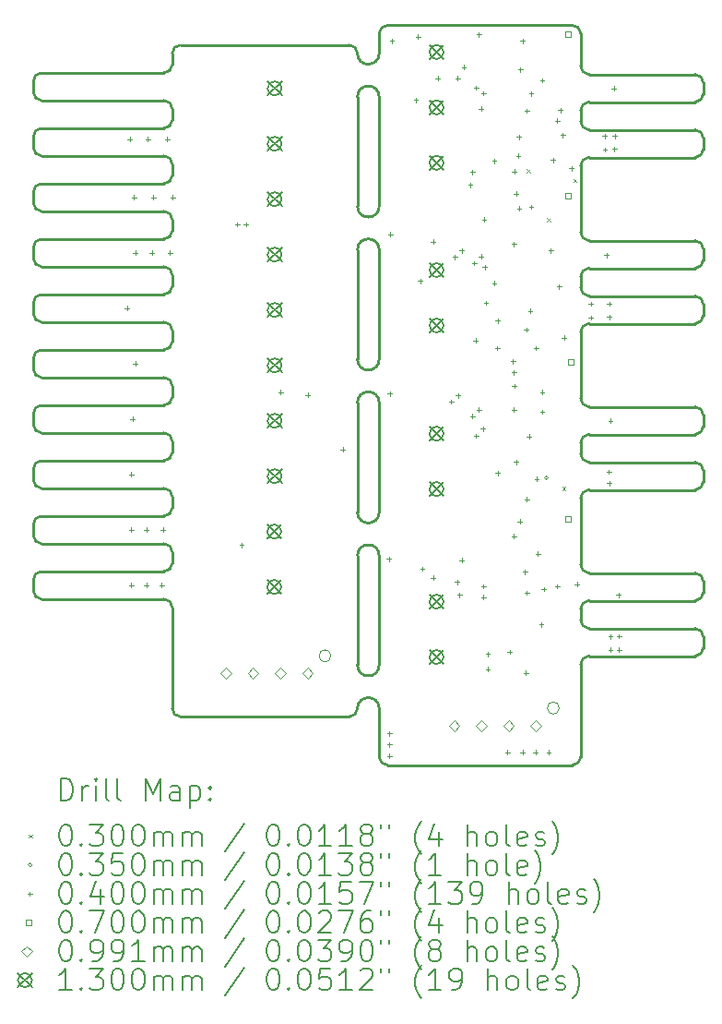
<source format=gbr>
%TF.GenerationSoftware,KiCad,Pcbnew,7.0.11*%
%TF.CreationDate,2025-09-14T18:45:36-04:00*%
%TF.ProjectId,14.1.7 - PMOS - PLC Connector Combined,31342e31-2e37-4202-9d20-504d4f53202d,rev?*%
%TF.SameCoordinates,Original*%
%TF.FileFunction,Drillmap*%
%TF.FilePolarity,Positive*%
%FSLAX45Y45*%
G04 Gerber Fmt 4.5, Leading zero omitted, Abs format (unit mm)*
G04 Created by KiCad (PCBNEW 7.0.11) date 2025-09-14 18:45:36*
%MOMM*%
%LPD*%
G01*
G04 APERTURE LIST*
%ADD10C,0.250000*%
%ADD11C,0.100000*%
%ADD12C,0.200000*%
%ADD13C,0.130000*%
G04 APERTURE END LIST*
D10*
X7124000Y-7599000D02*
X8249000Y-7599000D01*
X10024000Y-11518750D02*
X10024000Y-12520750D01*
X13198999Y-9212051D02*
G75*
G03*
X13124000Y-9137051I-74999J1D01*
G01*
X7049000Y-7778000D02*
X7049000Y-7674000D01*
X8249000Y-11917000D02*
X7124000Y-11917000D01*
X7124000Y-8615000D02*
X8249000Y-8615000D01*
X10224000Y-12520750D02*
X10224000Y-11518750D01*
X7049000Y-11334000D02*
X7049000Y-11230000D01*
X13124000Y-10915051D02*
X12149000Y-10915051D01*
X10024000Y-7312000D02*
X10024000Y-8314000D01*
X7049000Y-11334000D02*
G75*
G03*
X7124000Y-11409000I75000J0D01*
G01*
X13198999Y-12260051D02*
G75*
G03*
X13124000Y-12185051I-74999J1D01*
G01*
X7049000Y-8794000D02*
G75*
G03*
X7124000Y-8869000I75000J0D01*
G01*
X12073999Y-7030051D02*
G75*
G03*
X12149000Y-7105051I75001J1D01*
G01*
X8249000Y-7091000D02*
G75*
G03*
X8324000Y-7016000I0J75000D01*
G01*
X8249000Y-9377000D02*
X7124000Y-9377000D01*
X12074000Y-12006051D02*
X12074000Y-12110051D01*
X12074000Y-7942051D02*
X12074000Y-8554051D01*
X7049000Y-11842000D02*
G75*
G03*
X7124000Y-11917000I75000J0D01*
G01*
X13199000Y-12260051D02*
X13199000Y-12364051D01*
X7124000Y-8615000D02*
G75*
G03*
X7049000Y-8690000I0J-75000D01*
G01*
X7124000Y-11663000D02*
G75*
G03*
X7049000Y-11738000I0J-75000D01*
G01*
X10024000Y-6912000D02*
G75*
G03*
X10224000Y-6912000I100000J0D01*
G01*
X7049000Y-10826000D02*
G75*
G03*
X7124000Y-10901000I75000J0D01*
G01*
X8324000Y-8032000D02*
X8324000Y-7928000D01*
X12073999Y-7538051D02*
G75*
G03*
X12149000Y-7613051I75001J1D01*
G01*
X12073999Y-10586051D02*
G75*
G03*
X12149000Y-10661051I75001J1D01*
G01*
X12149000Y-7867050D02*
G75*
G03*
X12074000Y-7942051I0J-75000D01*
G01*
X8249000Y-10393000D02*
X7124000Y-10393000D01*
X12149000Y-11931050D02*
G75*
G03*
X12074000Y-12006051I0J-75000D01*
G01*
X12149000Y-8629051D02*
X13124000Y-8629051D01*
X13124000Y-7359051D02*
X12149000Y-7359051D01*
X13124000Y-9391051D02*
X12149000Y-9391051D01*
X8249000Y-7599000D02*
G75*
G03*
X8324000Y-7524000I0J75000D01*
G01*
X10024000Y-6912000D02*
G75*
G03*
X9949000Y-6837000I-75000J0D01*
G01*
X8249000Y-7345000D02*
X7124000Y-7345000D01*
X13198999Y-10736051D02*
G75*
G03*
X13124000Y-10661051I-74999J1D01*
G01*
X13199000Y-9212051D02*
X13199000Y-9316051D01*
X10024000Y-8714000D02*
X10024000Y-9716000D01*
X7049000Y-9810000D02*
G75*
G03*
X7124000Y-9885000I75000J0D01*
G01*
X13124000Y-10407051D02*
X12149000Y-10407051D01*
X7049000Y-7778000D02*
G75*
G03*
X7124000Y-7853000I75000J0D01*
G01*
X7049000Y-8794000D02*
X7049000Y-8690000D01*
X8324000Y-11080000D02*
X8324000Y-10976000D01*
X13198999Y-11752051D02*
G75*
G03*
X13124000Y-11677051I-74999J1D01*
G01*
X13124000Y-8883051D02*
X12149000Y-8883051D01*
X7124000Y-11155000D02*
G75*
G03*
X7049000Y-11230000I0J-75000D01*
G01*
X13199000Y-8704051D02*
X13199000Y-8808051D01*
X8324000Y-11484000D02*
G75*
G03*
X8249000Y-11409000I-75000J0D01*
G01*
X10224000Y-10116750D02*
G75*
G03*
X10024000Y-10116750I-100000J0D01*
G01*
X8249000Y-9123000D02*
G75*
G03*
X8324000Y-9048000I0J75000D01*
G01*
X13124000Y-9391050D02*
G75*
G03*
X13199000Y-9316051I0J75000D01*
G01*
X7124000Y-11663000D02*
X8249000Y-11663000D01*
X8249000Y-7853000D02*
X7124000Y-7853000D01*
X8249000Y-10901000D02*
X7124000Y-10901000D01*
X7049000Y-10318000D02*
X7049000Y-10214000D01*
X8324000Y-8944000D02*
G75*
G03*
X8249000Y-8869000I-75000J0D01*
G01*
X12149000Y-9391050D02*
G75*
G03*
X12074000Y-9466051I0J-75000D01*
G01*
X8324000Y-12920750D02*
G75*
G03*
X8399000Y-12995750I75000J0D01*
G01*
X8324000Y-7016000D02*
X8324000Y-6912000D01*
X7049000Y-8286000D02*
G75*
G03*
X7124000Y-8361000I75000J0D01*
G01*
X10224000Y-12920750D02*
G75*
G03*
X10024000Y-12920750I-100000J0D01*
G01*
X10224000Y-11118750D02*
X10224000Y-10116750D01*
X7124000Y-10647000D02*
G75*
G03*
X7049000Y-10722000I0J-75000D01*
G01*
X8249000Y-10647000D02*
G75*
G03*
X8324000Y-10572000I0J75000D01*
G01*
X13198999Y-10228051D02*
G75*
G03*
X13124000Y-10153051I-74999J1D01*
G01*
X10224000Y-9716000D02*
X10224000Y-8714000D01*
X12149000Y-10915050D02*
G75*
G03*
X12074000Y-10990051I0J-75000D01*
G01*
X8249000Y-8361000D02*
X7124000Y-8361000D01*
X8324000Y-10468000D02*
G75*
G03*
X8249000Y-10393000I-75000J0D01*
G01*
X8249000Y-8615000D02*
G75*
G03*
X8324000Y-8540000I0J75000D01*
G01*
X12149000Y-11677051D02*
X13124000Y-11677051D01*
X9949000Y-12995750D02*
X8399000Y-12995750D01*
X12073999Y-6730051D02*
G75*
G03*
X11999000Y-6655051I-74999J1D01*
G01*
X12073999Y-11602051D02*
G75*
G03*
X12149000Y-11677051I75001J1D01*
G01*
X13124000Y-7867050D02*
G75*
G03*
X13199000Y-7792051I0J75000D01*
G01*
X7124000Y-10139000D02*
X8249000Y-10139000D01*
X10224000Y-7312000D02*
G75*
G03*
X10024000Y-7312000I-100000J0D01*
G01*
X10299000Y-6655050D02*
G75*
G03*
X10224000Y-6730051I0J-75000D01*
G01*
X12074000Y-6730051D02*
X12074000Y-7030051D01*
X12073999Y-10078051D02*
G75*
G03*
X12149000Y-10153051I75001J1D01*
G01*
X7049000Y-8286000D02*
X7049000Y-8182000D01*
X13124000Y-11931051D02*
X12149000Y-11931051D01*
X7049000Y-10318000D02*
G75*
G03*
X7124000Y-10393000I75000J0D01*
G01*
X13199000Y-7688051D02*
X13199000Y-7792051D01*
X8324000Y-10976000D02*
G75*
G03*
X8249000Y-10901000I-75000J0D01*
G01*
X12074000Y-10482051D02*
X12074000Y-10586051D01*
X7124000Y-7599000D02*
G75*
G03*
X7049000Y-7674000I0J-75000D01*
G01*
X8249000Y-8107000D02*
G75*
G03*
X8324000Y-8032000I0J75000D01*
G01*
X8324000Y-10064000D02*
X8324000Y-9960000D01*
X12149000Y-7359050D02*
G75*
G03*
X12074000Y-7434051I0J-75000D01*
G01*
X10024000Y-10116750D02*
X10024000Y-11118750D01*
X8324000Y-8436000D02*
G75*
G03*
X8249000Y-8361000I-75000J0D01*
G01*
X7124000Y-11155000D02*
X8249000Y-11155000D01*
X7049000Y-7270000D02*
X7049000Y-7166000D01*
X8324000Y-11992000D02*
G75*
G03*
X8249000Y-11917000I-75000J0D01*
G01*
X12149000Y-10407050D02*
G75*
G03*
X12074000Y-10482051I0J-75000D01*
G01*
X12074000Y-9466051D02*
X12074000Y-10078051D01*
X8324000Y-11588000D02*
X8324000Y-11484000D01*
X13124000Y-11931050D02*
G75*
G03*
X13199000Y-11856051I0J75000D01*
G01*
X10024000Y-11118750D02*
G75*
G03*
X10224000Y-11118750I100000J0D01*
G01*
X7124000Y-10139000D02*
G75*
G03*
X7049000Y-10214000I0J-75000D01*
G01*
X8399000Y-6837000D02*
G75*
G03*
X8324000Y-6912000I0J-75000D01*
G01*
X7049000Y-10826000D02*
X7049000Y-10722000D01*
X13198999Y-7180051D02*
G75*
G03*
X13124000Y-7105051I-74999J1D01*
G01*
X12073999Y-9062051D02*
G75*
G03*
X12149000Y-9137051I75001J1D01*
G01*
X7124000Y-7091000D02*
G75*
G03*
X7049000Y-7166000I0J-75000D01*
G01*
X8324000Y-8540000D02*
X8324000Y-8436000D01*
X12073999Y-8554051D02*
G75*
G03*
X12149000Y-8629051I75001J1D01*
G01*
X7124000Y-9123000D02*
G75*
G03*
X7049000Y-9198000I0J-75000D01*
G01*
X12149000Y-8883050D02*
G75*
G03*
X12074000Y-8958051I0J-75000D01*
G01*
X7124000Y-9631000D02*
G75*
G03*
X7049000Y-9706000I0J-75000D01*
G01*
X7049000Y-9810000D02*
X7049000Y-9706000D01*
X7049000Y-9302000D02*
X7049000Y-9198000D01*
X8324000Y-7420000D02*
G75*
G03*
X8249000Y-7345000I-75000J0D01*
G01*
X8249000Y-11409000D02*
X7124000Y-11409000D01*
X7049000Y-9302000D02*
G75*
G03*
X7124000Y-9377000I75000J0D01*
G01*
X13124000Y-12439050D02*
G75*
G03*
X13199000Y-12364051I0J75000D01*
G01*
X12149000Y-12185051D02*
X13124000Y-12185051D01*
X7049000Y-7270000D02*
G75*
G03*
X7124000Y-7345000I75000J0D01*
G01*
X8324000Y-10572000D02*
X8324000Y-10468000D01*
X10224000Y-6912000D02*
X10224000Y-6730051D01*
X12073999Y-12110051D02*
G75*
G03*
X12149000Y-12185051I75001J1D01*
G01*
X7124000Y-9631000D02*
X8249000Y-9631000D01*
X7124000Y-8107000D02*
G75*
G03*
X7049000Y-8182000I0J-75000D01*
G01*
X12074000Y-8958051D02*
X12074000Y-9062051D01*
X8324000Y-9960000D02*
G75*
G03*
X8249000Y-9885000I-75000J0D01*
G01*
X8249000Y-9885000D02*
X7124000Y-9885000D01*
X10024000Y-8314000D02*
G75*
G03*
X10224000Y-8314000I100000J0D01*
G01*
X11999000Y-13439051D02*
X10299000Y-13439051D01*
X8249000Y-11663000D02*
G75*
G03*
X8324000Y-11588000I0J75000D01*
G01*
X7124000Y-8107000D02*
X8249000Y-8107000D01*
X7124000Y-7091000D02*
X8249000Y-7091000D01*
X8324000Y-7524000D02*
X8324000Y-7420000D01*
X10224000Y-13364051D02*
X10224000Y-12920750D01*
X11999000Y-13439050D02*
G75*
G03*
X12074000Y-13364051I0J75000D01*
G01*
X13124000Y-10407050D02*
G75*
G03*
X13199000Y-10332051I0J75000D01*
G01*
X10224000Y-8714000D02*
G75*
G03*
X10024000Y-8714000I-100000J0D01*
G01*
X8324000Y-9452000D02*
G75*
G03*
X8249000Y-9377000I-75000J0D01*
G01*
X10224000Y-11518750D02*
G75*
G03*
X10024000Y-11518750I-100000J0D01*
G01*
X10024000Y-12520750D02*
G75*
G03*
X10224000Y-12520750I100000J0D01*
G01*
X12074000Y-10990051D02*
X12074000Y-11602051D01*
X9949000Y-12995750D02*
G75*
G03*
X10024000Y-12920750I0J75000D01*
G01*
X12074000Y-7434051D02*
X12074000Y-7538051D01*
X13199000Y-7180051D02*
X13199000Y-7284051D01*
X12149000Y-10153051D02*
X13124000Y-10153051D01*
X10224000Y-8314000D02*
X10224000Y-7312000D01*
X8324000Y-12920750D02*
X8324000Y-11992000D01*
X8249000Y-9631000D02*
G75*
G03*
X8324000Y-9556000I0J75000D01*
G01*
X7049000Y-11842000D02*
X7049000Y-11738000D01*
X8324000Y-9048000D02*
X8324000Y-8944000D01*
X13199000Y-10736051D02*
X13199000Y-10840051D01*
X10223999Y-13364051D02*
G75*
G03*
X10299000Y-13439051I75001J1D01*
G01*
X12149000Y-7613051D02*
X13124000Y-7613051D01*
X13124000Y-12439051D02*
X12149000Y-12439051D01*
X13198999Y-8704051D02*
G75*
G03*
X13124000Y-8629051I-74999J1D01*
G01*
X8249000Y-10139000D02*
G75*
G03*
X8324000Y-10064000I0J75000D01*
G01*
X8324000Y-7928000D02*
G75*
G03*
X8249000Y-7853000I-75000J0D01*
G01*
X8399000Y-6837000D02*
X9949000Y-6837000D01*
X13124000Y-8883050D02*
G75*
G03*
X13199000Y-8808051I0J75000D01*
G01*
X7124000Y-10647000D02*
X8249000Y-10647000D01*
X13199000Y-10228051D02*
X13199000Y-10332051D01*
X13124000Y-7359050D02*
G75*
G03*
X13199000Y-7284051I0J75000D01*
G01*
X13124000Y-10915050D02*
G75*
G03*
X13199000Y-10840051I0J75000D01*
G01*
X12149000Y-12439050D02*
G75*
G03*
X12074000Y-12514051I0J-75000D01*
G01*
X13198999Y-7688051D02*
G75*
G03*
X13124000Y-7613051I-74999J1D01*
G01*
X8324000Y-9556000D02*
X8324000Y-9452000D01*
X12149000Y-9137051D02*
X13124000Y-9137051D01*
X10299000Y-6655051D02*
X11999000Y-6655051D01*
X13124000Y-7867051D02*
X12149000Y-7867051D01*
X8249000Y-11155000D02*
G75*
G03*
X8324000Y-11080000I0J75000D01*
G01*
X13199000Y-11752051D02*
X13199000Y-11856051D01*
X12149000Y-10661051D02*
X13124000Y-10661051D01*
X7124000Y-9123000D02*
X8249000Y-9123000D01*
X8249000Y-8869000D02*
X7124000Y-8869000D01*
X10024000Y-9716000D02*
G75*
G03*
X10224000Y-9716000I100000J0D01*
G01*
X12149000Y-7105051D02*
X13124000Y-7105051D01*
X12074000Y-12514051D02*
X12074000Y-13364051D01*
D11*
X9781000Y-12437000D02*
G75*
G03*
X9671000Y-12437000I-55000J0D01*
G01*
X9671000Y-12437000D02*
G75*
G03*
X9781000Y-12437000I55000J0D01*
G01*
X11877000Y-12916000D02*
G75*
G03*
X11767000Y-12916000I-55000J0D01*
G01*
X11767000Y-12916000D02*
G75*
G03*
X11877000Y-12916000I55000J0D01*
G01*
D12*
D11*
X11580000Y-7974000D02*
X11610000Y-8004000D01*
X11610000Y-7974000D02*
X11580000Y-8004000D01*
X11765000Y-8421675D02*
X11795000Y-8451675D01*
X11795000Y-8421675D02*
X11765000Y-8451675D01*
X11905000Y-10885000D02*
X11935000Y-10915000D01*
X11935000Y-10885000D02*
X11905000Y-10915000D01*
X12005000Y-8065000D02*
X12035000Y-8095000D01*
X12035000Y-8065000D02*
X12005000Y-8095000D01*
X11776330Y-10801536D02*
G75*
G03*
X11741330Y-10801536I-17500J0D01*
G01*
X11741330Y-10801536D02*
G75*
G03*
X11776330Y-10801536I17500J0D01*
G01*
X7909025Y-9229469D02*
X7909025Y-9269469D01*
X7889025Y-9249469D02*
X7929025Y-9249469D01*
X7934425Y-7678022D02*
X7934425Y-7718022D01*
X7914425Y-7698022D02*
X7954425Y-7698022D01*
X7947125Y-10751422D02*
X7947125Y-10791422D01*
X7927125Y-10771422D02*
X7967125Y-10771422D01*
X7947125Y-11259422D02*
X7947125Y-11299422D01*
X7927125Y-11279422D02*
X7967125Y-11279422D01*
X7947125Y-11767422D02*
X7947125Y-11807422D01*
X7927125Y-11787422D02*
X7967125Y-11787422D01*
X7959825Y-10243422D02*
X7959825Y-10283422D01*
X7939825Y-10263422D02*
X7979825Y-10263422D01*
X7972525Y-8211422D02*
X7972525Y-8251422D01*
X7952525Y-8231422D02*
X7992525Y-8231422D01*
X7985225Y-8719422D02*
X7985225Y-8759422D01*
X7965225Y-8739422D02*
X8005225Y-8739422D01*
X7985225Y-9735422D02*
X7985225Y-9775422D01*
X7965225Y-9755422D02*
X8005225Y-9755422D01*
X8086825Y-11259422D02*
X8086825Y-11299422D01*
X8066825Y-11279422D02*
X8106825Y-11279422D01*
X8086825Y-11767422D02*
X8086825Y-11807422D01*
X8066825Y-11787422D02*
X8106825Y-11787422D01*
X8099525Y-7678022D02*
X8099525Y-7718022D01*
X8079525Y-7698022D02*
X8119525Y-7698022D01*
X8137625Y-8719422D02*
X8137625Y-8759422D01*
X8117625Y-8739422D02*
X8157625Y-8739422D01*
X8150325Y-8211422D02*
X8150325Y-8251422D01*
X8130325Y-8231422D02*
X8170325Y-8231422D01*
X8226525Y-11767422D02*
X8226525Y-11807422D01*
X8206525Y-11787422D02*
X8246525Y-11787422D01*
X8239225Y-11259422D02*
X8239225Y-11299422D01*
X8219225Y-11279422D02*
X8259225Y-11279422D01*
X8277325Y-7678022D02*
X8277325Y-7718022D01*
X8257325Y-7698022D02*
X8297325Y-7698022D01*
X8302725Y-8719422D02*
X8302725Y-8759422D01*
X8282725Y-8739422D02*
X8322725Y-8739422D01*
X8328125Y-8211422D02*
X8328125Y-8251422D01*
X8308125Y-8231422D02*
X8348125Y-8231422D01*
X8920000Y-8460000D02*
X8920000Y-8500000D01*
X8900000Y-8480000D02*
X8940000Y-8480000D01*
X8960000Y-11400000D02*
X8960000Y-11440000D01*
X8940000Y-11420000D02*
X8980000Y-11420000D01*
X9000000Y-8460000D02*
X9000000Y-8500000D01*
X8980000Y-8480000D02*
X9020000Y-8480000D01*
X9320000Y-10000000D02*
X9320000Y-10040000D01*
X9300000Y-10020000D02*
X9340000Y-10020000D01*
X9567900Y-10024440D02*
X9567900Y-10064440D01*
X9547900Y-10044440D02*
X9587900Y-10044440D01*
X9890225Y-10524000D02*
X9890225Y-10564000D01*
X9870225Y-10544000D02*
X9910225Y-10544000D01*
X10313000Y-11529000D02*
X10313000Y-11569000D01*
X10293000Y-11549000D02*
X10333000Y-11549000D01*
X10318000Y-13128000D02*
X10318000Y-13168000D01*
X10298000Y-13148000D02*
X10338000Y-13148000D01*
X10318000Y-13230000D02*
X10318000Y-13270000D01*
X10298000Y-13250000D02*
X10338000Y-13250000D01*
X10319000Y-13334000D02*
X10319000Y-13374000D01*
X10299000Y-13354000D02*
X10339000Y-13354000D01*
X10320000Y-10012000D02*
X10320000Y-10052000D01*
X10300000Y-10032000D02*
X10340000Y-10032000D01*
X10327000Y-8552000D02*
X10327000Y-8592000D01*
X10307000Y-8572000D02*
X10347000Y-8572000D01*
X10340000Y-6780000D02*
X10340000Y-6820000D01*
X10320000Y-6800000D02*
X10360000Y-6800000D01*
X10560000Y-7320000D02*
X10560000Y-7360000D01*
X10540000Y-7340000D02*
X10580000Y-7340000D01*
X10580000Y-6740000D02*
X10580000Y-6780000D01*
X10560000Y-6760000D02*
X10600000Y-6760000D01*
X10600000Y-8980000D02*
X10600000Y-9020000D01*
X10580000Y-9000000D02*
X10620000Y-9000000D01*
X10620000Y-11620000D02*
X10620000Y-11660000D01*
X10600000Y-11640000D02*
X10640000Y-11640000D01*
X10720000Y-8620000D02*
X10720000Y-8660000D01*
X10700000Y-8640000D02*
X10740000Y-8640000D01*
X10720000Y-11700000D02*
X10720000Y-11740000D01*
X10700000Y-11720000D02*
X10740000Y-11720000D01*
X10760000Y-7120000D02*
X10760000Y-7160000D01*
X10740000Y-7140000D02*
X10780000Y-7140000D01*
X10884000Y-10086000D02*
X10884000Y-10126000D01*
X10864000Y-10106000D02*
X10904000Y-10106000D01*
X10920000Y-8760000D02*
X10920000Y-8800000D01*
X10900000Y-8780000D02*
X10940000Y-8780000D01*
X10940000Y-11740000D02*
X10940000Y-11780000D01*
X10920000Y-11760000D02*
X10960000Y-11760000D01*
X10943700Y-7120000D02*
X10943700Y-7160000D01*
X10923700Y-7140000D02*
X10963700Y-7140000D01*
X10948716Y-10030892D02*
X10948716Y-10070892D01*
X10928716Y-10050892D02*
X10968716Y-10050892D01*
X10960000Y-11860000D02*
X10960000Y-11900000D01*
X10940000Y-11880000D02*
X10980000Y-11880000D01*
X10980000Y-8700000D02*
X10980000Y-8740000D01*
X10960000Y-8720000D02*
X11000000Y-8720000D01*
X10980000Y-11540000D02*
X10980000Y-11580000D01*
X10960000Y-11560000D02*
X11000000Y-11560000D01*
X11000000Y-7020000D02*
X11000000Y-7060000D01*
X10980000Y-7040000D02*
X11020000Y-7040000D01*
X11060000Y-8100000D02*
X11060000Y-8140000D01*
X11040000Y-8120000D02*
X11080000Y-8120000D01*
X11080000Y-7980000D02*
X11080000Y-8020000D01*
X11060000Y-8000000D02*
X11100000Y-8000000D01*
X11080000Y-10220000D02*
X11080000Y-10260000D01*
X11060000Y-10240000D02*
X11100000Y-10240000D01*
X11096000Y-8817000D02*
X11096000Y-8857000D01*
X11076000Y-8837000D02*
X11116000Y-8837000D01*
X11108000Y-9524000D02*
X11108000Y-9564000D01*
X11088000Y-9544000D02*
X11128000Y-9544000D01*
X11112181Y-7207759D02*
X11112181Y-7247759D01*
X11092181Y-7227759D02*
X11132181Y-7227759D01*
X11115000Y-10400000D02*
X11115000Y-10440000D01*
X11095000Y-10420000D02*
X11135000Y-10420000D01*
X11140000Y-6720000D02*
X11140000Y-6760000D01*
X11120000Y-6740000D02*
X11160000Y-6740000D01*
X11140000Y-10160000D02*
X11140000Y-10200000D01*
X11120000Y-10180000D02*
X11160000Y-10180000D01*
X11158000Y-8755000D02*
X11158000Y-8795000D01*
X11138000Y-8775000D02*
X11178000Y-8775000D01*
X11160000Y-7400000D02*
X11160000Y-7440000D01*
X11140000Y-7420000D02*
X11180000Y-7420000D01*
X11176000Y-10336000D02*
X11176000Y-10376000D01*
X11156000Y-10356000D02*
X11196000Y-10356000D01*
X11180000Y-7259000D02*
X11180000Y-7299000D01*
X11160000Y-7279000D02*
X11200000Y-7279000D01*
X11180000Y-11780000D02*
X11180000Y-11820000D01*
X11160000Y-11800000D02*
X11200000Y-11800000D01*
X11180000Y-11880000D02*
X11180000Y-11920000D01*
X11160000Y-11900000D02*
X11200000Y-11900000D01*
X11187000Y-8417000D02*
X11187000Y-8457000D01*
X11167000Y-8437000D02*
X11207000Y-8437000D01*
X11193000Y-8853000D02*
X11193000Y-8893000D01*
X11173000Y-8873000D02*
X11213000Y-8873000D01*
X11203500Y-9180000D02*
X11203500Y-9220000D01*
X11183500Y-9200000D02*
X11223500Y-9200000D01*
X11220000Y-12400000D02*
X11220000Y-12440000D01*
X11200000Y-12420000D02*
X11240000Y-12420000D01*
X11220000Y-12540000D02*
X11220000Y-12580000D01*
X11200000Y-12560000D02*
X11240000Y-12560000D01*
X11280000Y-7880000D02*
X11280000Y-7920000D01*
X11260000Y-7900000D02*
X11300000Y-7900000D01*
X11280000Y-9000000D02*
X11280000Y-9040000D01*
X11260000Y-9020000D02*
X11300000Y-9020000D01*
X11307000Y-9596000D02*
X11307000Y-9636000D01*
X11287000Y-9616000D02*
X11327000Y-9616000D01*
X11310193Y-9344500D02*
X11310193Y-9384500D01*
X11290193Y-9364500D02*
X11330193Y-9364500D01*
X11311000Y-10740000D02*
X11311000Y-10780000D01*
X11291000Y-10760000D02*
X11331000Y-10760000D01*
X11400000Y-13300000D02*
X11400000Y-13340000D01*
X11380000Y-13320000D02*
X11420000Y-13320000D01*
X11420000Y-12380000D02*
X11420000Y-12420000D01*
X11400000Y-12400000D02*
X11440000Y-12400000D01*
X11451000Y-9718000D02*
X11451000Y-9758000D01*
X11431000Y-9738000D02*
X11471000Y-9738000D01*
X11460000Y-8640000D02*
X11460000Y-8680000D01*
X11440000Y-8660000D02*
X11480000Y-8660000D01*
X11460000Y-10160000D02*
X11460000Y-10200000D01*
X11440000Y-10180000D02*
X11480000Y-10180000D01*
X11460431Y-9817555D02*
X11460431Y-9857555D01*
X11440431Y-9837555D02*
X11480431Y-9837555D01*
X11461000Y-11319000D02*
X11461000Y-11359000D01*
X11441000Y-11339000D02*
X11481000Y-11339000D01*
X11463750Y-7976250D02*
X11463750Y-8016250D01*
X11443750Y-7996250D02*
X11483750Y-7996250D01*
X11463970Y-9941867D02*
X11463970Y-9981867D01*
X11443970Y-9961867D02*
X11483970Y-9961867D01*
X11480000Y-10640000D02*
X11480000Y-10680000D01*
X11460000Y-10660000D02*
X11500000Y-10660000D01*
X11480375Y-8179625D02*
X11480375Y-8219625D01*
X11460375Y-8199625D02*
X11500375Y-8199625D01*
X11499509Y-7830086D02*
X11499509Y-7870086D01*
X11479509Y-7850086D02*
X11519509Y-7850086D01*
X11506923Y-7658971D02*
X11506923Y-7698971D01*
X11486923Y-7678971D02*
X11526923Y-7678971D01*
X11509067Y-8313933D02*
X11509067Y-8353933D01*
X11489067Y-8333933D02*
X11529067Y-8333933D01*
X11515000Y-11184000D02*
X11515000Y-11224000D01*
X11495000Y-11204000D02*
X11535000Y-11204000D01*
X11520000Y-7040000D02*
X11520000Y-7080000D01*
X11500000Y-7060000D02*
X11540000Y-7060000D01*
X11540000Y-6780000D02*
X11540000Y-6820000D01*
X11520000Y-6800000D02*
X11560000Y-6800000D01*
X11540000Y-13300000D02*
X11540000Y-13340000D01*
X11520000Y-13320000D02*
X11560000Y-13320000D01*
X11561400Y-11645600D02*
X11561400Y-11685600D01*
X11541400Y-11665600D02*
X11581400Y-11665600D01*
X11571219Y-12571467D02*
X11571219Y-12611467D01*
X11551219Y-12591467D02*
X11591219Y-12591467D01*
X11573000Y-9424913D02*
X11573000Y-9464913D01*
X11553000Y-9444913D02*
X11593000Y-9444913D01*
X11580000Y-7420000D02*
X11580000Y-7460000D01*
X11560000Y-7440000D02*
X11600000Y-7440000D01*
X11580000Y-10980000D02*
X11580000Y-11020000D01*
X11560000Y-11000000D02*
X11600000Y-11000000D01*
X11580000Y-11840000D02*
X11580000Y-11880000D01*
X11560000Y-11860000D02*
X11600000Y-11860000D01*
X11600000Y-10404000D02*
X11600000Y-10444000D01*
X11580000Y-10424000D02*
X11620000Y-10424000D01*
X11610113Y-9254113D02*
X11610113Y-9294113D01*
X11590113Y-9274113D02*
X11630113Y-9274113D01*
X11620000Y-7260000D02*
X11620000Y-7300000D01*
X11600000Y-7280000D02*
X11640000Y-7280000D01*
X11620000Y-8300000D02*
X11620000Y-8340000D01*
X11600000Y-8320000D02*
X11640000Y-8320000D01*
X11660000Y-13300000D02*
X11660000Y-13340000D01*
X11640000Y-13320000D02*
X11680000Y-13320000D01*
X11663000Y-9596000D02*
X11663000Y-9636000D01*
X11643000Y-9616000D02*
X11683000Y-9616000D01*
X11670000Y-10796000D02*
X11670000Y-10836000D01*
X11650000Y-10816000D02*
X11690000Y-10816000D01*
X11680000Y-11480000D02*
X11680000Y-11520000D01*
X11660000Y-11500000D02*
X11700000Y-11500000D01*
X11711000Y-12131000D02*
X11711000Y-12171000D01*
X11691000Y-12151000D02*
X11731000Y-12151000D01*
X11720000Y-7140000D02*
X11720000Y-7180000D01*
X11700000Y-7160000D02*
X11740000Y-7160000D01*
X11720000Y-10000000D02*
X11720000Y-10040000D01*
X11700000Y-10020000D02*
X11740000Y-10020000D01*
X11720000Y-10180000D02*
X11720000Y-10220000D01*
X11700000Y-10200000D02*
X11740000Y-10200000D01*
X11734000Y-11806000D02*
X11734000Y-11846000D01*
X11714000Y-11826000D02*
X11754000Y-11826000D01*
X11780000Y-13300000D02*
X11780000Y-13340000D01*
X11760000Y-13320000D02*
X11800000Y-13320000D01*
X11800000Y-8700000D02*
X11800000Y-8740000D01*
X11780000Y-8720000D02*
X11820000Y-8720000D01*
X11820503Y-7870600D02*
X11820503Y-7910600D01*
X11800503Y-7890600D02*
X11840503Y-7890600D01*
X11858126Y-7508674D02*
X11858126Y-7548674D01*
X11838126Y-7528674D02*
X11878126Y-7528674D01*
X11860000Y-11780000D02*
X11860000Y-11820000D01*
X11840000Y-11800000D02*
X11880000Y-11800000D01*
X11874500Y-9031169D02*
X11874500Y-9071169D01*
X11854500Y-9051169D02*
X11894500Y-9051169D01*
X11885842Y-7412591D02*
X11885842Y-7452591D01*
X11865842Y-7432591D02*
X11905842Y-7432591D01*
X11908893Y-7642107D02*
X11908893Y-7682107D01*
X11888893Y-7662107D02*
X11928893Y-7662107D01*
X11920000Y-9500000D02*
X11920000Y-9540000D01*
X11900000Y-9520000D02*
X11940000Y-9520000D01*
X11988387Y-7948387D02*
X11988387Y-7988387D01*
X11968387Y-7968387D02*
X12008387Y-7968387D01*
X12040000Y-11760000D02*
X12040000Y-11800000D01*
X12020000Y-11780000D02*
X12060000Y-11780000D01*
X12168000Y-9190000D02*
X12168000Y-9230000D01*
X12148000Y-9210000D02*
X12188000Y-9210000D01*
X12168000Y-9315000D02*
X12168000Y-9355000D01*
X12148000Y-9335000D02*
X12188000Y-9335000D01*
X12293000Y-7650000D02*
X12293000Y-7690000D01*
X12273000Y-7670000D02*
X12313000Y-7670000D01*
X12296000Y-7776000D02*
X12296000Y-7816000D01*
X12276000Y-7796000D02*
X12316000Y-7796000D01*
X12312000Y-8744000D02*
X12312000Y-8784000D01*
X12292000Y-8764000D02*
X12332000Y-8764000D01*
X12333000Y-10729000D02*
X12333000Y-10769000D01*
X12313000Y-10749000D02*
X12353000Y-10749000D01*
X12335000Y-9190000D02*
X12335000Y-9230000D01*
X12315000Y-9210000D02*
X12355000Y-9210000D01*
X12335000Y-9311000D02*
X12335000Y-9351000D01*
X12315000Y-9331000D02*
X12355000Y-9331000D01*
X12335000Y-10835000D02*
X12335000Y-10875000D01*
X12315000Y-10855000D02*
X12355000Y-10855000D01*
X12346000Y-12362000D02*
X12346000Y-12402000D01*
X12326000Y-12382000D02*
X12366000Y-12382000D01*
X12347000Y-10260000D02*
X12347000Y-10300000D01*
X12327000Y-10280000D02*
X12367000Y-10280000D01*
X12347000Y-12241000D02*
X12347000Y-12281000D01*
X12327000Y-12261000D02*
X12367000Y-12261000D01*
X12378000Y-7214000D02*
X12378000Y-7254000D01*
X12358000Y-7234000D02*
X12398000Y-7234000D01*
X12385000Y-7769000D02*
X12385000Y-7809000D01*
X12365000Y-7789000D02*
X12405000Y-7789000D01*
X12388000Y-7650000D02*
X12388000Y-7690000D01*
X12368000Y-7670000D02*
X12408000Y-7670000D01*
X12420000Y-11860000D02*
X12420000Y-11900000D01*
X12400000Y-11880000D02*
X12440000Y-11880000D01*
X12425000Y-12360000D02*
X12425000Y-12400000D01*
X12405000Y-12380000D02*
X12445000Y-12380000D01*
X12426000Y-12237000D02*
X12426000Y-12277000D01*
X12406000Y-12257000D02*
X12446000Y-12257000D01*
X11984749Y-6764749D02*
X11984749Y-6715251D01*
X11935251Y-6715251D01*
X11935251Y-6764749D01*
X11984749Y-6764749D01*
X11984749Y-8244749D02*
X11984749Y-8195251D01*
X11935251Y-8195251D01*
X11935251Y-8244749D01*
X11984749Y-8244749D01*
X11984749Y-11204749D02*
X11984749Y-11155251D01*
X11935251Y-11155251D01*
X11935251Y-11204749D01*
X11984749Y-11204749D01*
X12004749Y-9764749D02*
X12004749Y-9715251D01*
X11955251Y-9715251D01*
X11955251Y-9764749D01*
X12004749Y-9764749D01*
X8816000Y-12646530D02*
X8865530Y-12597000D01*
X8816000Y-12547470D01*
X8766470Y-12597000D01*
X8816000Y-12646530D01*
X9066000Y-12646530D02*
X9115530Y-12597000D01*
X9066000Y-12547470D01*
X9016470Y-12597000D01*
X9066000Y-12646530D01*
X9316000Y-12646530D02*
X9365530Y-12597000D01*
X9316000Y-12547470D01*
X9266470Y-12597000D01*
X9316000Y-12646530D01*
X9566000Y-12646530D02*
X9615530Y-12597000D01*
X9566000Y-12547470D01*
X9516470Y-12597000D01*
X9566000Y-12646530D01*
X10912000Y-13125530D02*
X10961530Y-13076000D01*
X10912000Y-13026470D01*
X10862470Y-13076000D01*
X10912000Y-13125530D01*
X11162000Y-13125530D02*
X11211530Y-13076000D01*
X11162000Y-13026470D01*
X11112470Y-13076000D01*
X11162000Y-13125530D01*
X11412000Y-13125530D02*
X11461530Y-13076000D01*
X11412000Y-13026470D01*
X11362470Y-13076000D01*
X11412000Y-13125530D01*
X11662000Y-13125530D02*
X11711530Y-13076000D01*
X11662000Y-13026470D01*
X11612470Y-13076000D01*
X11662000Y-13125530D01*
D13*
X9195000Y-11233000D02*
X9325000Y-11363000D01*
X9325000Y-11233000D02*
X9195000Y-11363000D01*
X9325000Y-11298000D02*
G75*
G03*
X9195000Y-11298000I-65000J0D01*
G01*
X9195000Y-11298000D02*
G75*
G03*
X9325000Y-11298000I65000J0D01*
G01*
X9195000Y-11741000D02*
X9325000Y-11871000D01*
X9325000Y-11741000D02*
X9195000Y-11871000D01*
X9325000Y-11806000D02*
G75*
G03*
X9195000Y-11806000I-65000J0D01*
G01*
X9195000Y-11806000D02*
G75*
G03*
X9325000Y-11806000I65000J0D01*
G01*
X9199000Y-7169000D02*
X9329000Y-7299000D01*
X9329000Y-7169000D02*
X9199000Y-7299000D01*
X9329000Y-7234000D02*
G75*
G03*
X9199000Y-7234000I-65000J0D01*
G01*
X9199000Y-7234000D02*
G75*
G03*
X9329000Y-7234000I65000J0D01*
G01*
X9199000Y-7677000D02*
X9329000Y-7807000D01*
X9329000Y-7677000D02*
X9199000Y-7807000D01*
X9329000Y-7742000D02*
G75*
G03*
X9199000Y-7742000I-65000J0D01*
G01*
X9199000Y-7742000D02*
G75*
G03*
X9329000Y-7742000I65000J0D01*
G01*
X9199000Y-8185000D02*
X9329000Y-8315000D01*
X9329000Y-8185000D02*
X9199000Y-8315000D01*
X9329000Y-8250000D02*
G75*
G03*
X9199000Y-8250000I-65000J0D01*
G01*
X9199000Y-8250000D02*
G75*
G03*
X9329000Y-8250000I65000J0D01*
G01*
X9199000Y-8693000D02*
X9329000Y-8823000D01*
X9329000Y-8693000D02*
X9199000Y-8823000D01*
X9329000Y-8758000D02*
G75*
G03*
X9199000Y-8758000I-65000J0D01*
G01*
X9199000Y-8758000D02*
G75*
G03*
X9329000Y-8758000I65000J0D01*
G01*
X9199000Y-9201000D02*
X9329000Y-9331000D01*
X9329000Y-9201000D02*
X9199000Y-9331000D01*
X9329000Y-9266000D02*
G75*
G03*
X9199000Y-9266000I-65000J0D01*
G01*
X9199000Y-9266000D02*
G75*
G03*
X9329000Y-9266000I65000J0D01*
G01*
X9199000Y-9709000D02*
X9329000Y-9839000D01*
X9329000Y-9709000D02*
X9199000Y-9839000D01*
X9329000Y-9774000D02*
G75*
G03*
X9199000Y-9774000I-65000J0D01*
G01*
X9199000Y-9774000D02*
G75*
G03*
X9329000Y-9774000I65000J0D01*
G01*
X9199000Y-10217000D02*
X9329000Y-10347000D01*
X9329000Y-10217000D02*
X9199000Y-10347000D01*
X9329000Y-10282000D02*
G75*
G03*
X9199000Y-10282000I-65000J0D01*
G01*
X9199000Y-10282000D02*
G75*
G03*
X9329000Y-10282000I65000J0D01*
G01*
X9199000Y-10725000D02*
X9329000Y-10855000D01*
X9329000Y-10725000D02*
X9199000Y-10855000D01*
X9329000Y-10790000D02*
G75*
G03*
X9199000Y-10790000I-65000J0D01*
G01*
X9199000Y-10790000D02*
G75*
G03*
X9329000Y-10790000I65000J0D01*
G01*
X10685000Y-6835000D02*
X10815000Y-6965000D01*
X10815000Y-6835000D02*
X10685000Y-6965000D01*
X10815000Y-6900000D02*
G75*
G03*
X10685000Y-6900000I-65000J0D01*
G01*
X10685000Y-6900000D02*
G75*
G03*
X10815000Y-6900000I65000J0D01*
G01*
X10685000Y-7343000D02*
X10815000Y-7473000D01*
X10815000Y-7343000D02*
X10685000Y-7473000D01*
X10815000Y-7408000D02*
G75*
G03*
X10685000Y-7408000I-65000J0D01*
G01*
X10685000Y-7408000D02*
G75*
G03*
X10815000Y-7408000I65000J0D01*
G01*
X10685000Y-7851000D02*
X10815000Y-7981000D01*
X10815000Y-7851000D02*
X10685000Y-7981000D01*
X10815000Y-7916000D02*
G75*
G03*
X10685000Y-7916000I-65000J0D01*
G01*
X10685000Y-7916000D02*
G75*
G03*
X10815000Y-7916000I65000J0D01*
G01*
X10685000Y-8835000D02*
X10815000Y-8965000D01*
X10815000Y-8835000D02*
X10685000Y-8965000D01*
X10815000Y-8900000D02*
G75*
G03*
X10685000Y-8900000I-65000J0D01*
G01*
X10685000Y-8900000D02*
G75*
G03*
X10815000Y-8900000I65000J0D01*
G01*
X10685000Y-9343000D02*
X10815000Y-9473000D01*
X10815000Y-9343000D02*
X10685000Y-9473000D01*
X10815000Y-9408000D02*
G75*
G03*
X10685000Y-9408000I-65000J0D01*
G01*
X10685000Y-9408000D02*
G75*
G03*
X10815000Y-9408000I65000J0D01*
G01*
X10685000Y-10335000D02*
X10815000Y-10465000D01*
X10815000Y-10335000D02*
X10685000Y-10465000D01*
X10815000Y-10400000D02*
G75*
G03*
X10685000Y-10400000I-65000J0D01*
G01*
X10685000Y-10400000D02*
G75*
G03*
X10815000Y-10400000I65000J0D01*
G01*
X10685000Y-10843000D02*
X10815000Y-10973000D01*
X10815000Y-10843000D02*
X10685000Y-10973000D01*
X10815000Y-10908000D02*
G75*
G03*
X10685000Y-10908000I-65000J0D01*
G01*
X10685000Y-10908000D02*
G75*
G03*
X10815000Y-10908000I65000J0D01*
G01*
X10685000Y-11875000D02*
X10815000Y-12005000D01*
X10815000Y-11875000D02*
X10685000Y-12005000D01*
X10815000Y-11940000D02*
G75*
G03*
X10685000Y-11940000I-65000J0D01*
G01*
X10685000Y-11940000D02*
G75*
G03*
X10815000Y-11940000I65000J0D01*
G01*
X10685000Y-12383000D02*
X10815000Y-12513000D01*
X10815000Y-12383000D02*
X10685000Y-12513000D01*
X10815000Y-12448000D02*
G75*
G03*
X10685000Y-12448000I-65000J0D01*
G01*
X10685000Y-12448000D02*
G75*
G03*
X10815000Y-12448000I65000J0D01*
G01*
D12*
X7297277Y-13763035D02*
X7297277Y-13563035D01*
X7297277Y-13563035D02*
X7344896Y-13563035D01*
X7344896Y-13563035D02*
X7373467Y-13572559D01*
X7373467Y-13572559D02*
X7392515Y-13591606D01*
X7392515Y-13591606D02*
X7402039Y-13610654D01*
X7402039Y-13610654D02*
X7411562Y-13648749D01*
X7411562Y-13648749D02*
X7411562Y-13677320D01*
X7411562Y-13677320D02*
X7402039Y-13715416D01*
X7402039Y-13715416D02*
X7392515Y-13734463D01*
X7392515Y-13734463D02*
X7373467Y-13753511D01*
X7373467Y-13753511D02*
X7344896Y-13763035D01*
X7344896Y-13763035D02*
X7297277Y-13763035D01*
X7497277Y-13763035D02*
X7497277Y-13629701D01*
X7497277Y-13667797D02*
X7506801Y-13648749D01*
X7506801Y-13648749D02*
X7516324Y-13639225D01*
X7516324Y-13639225D02*
X7535372Y-13629701D01*
X7535372Y-13629701D02*
X7554420Y-13629701D01*
X7621086Y-13763035D02*
X7621086Y-13629701D01*
X7621086Y-13563035D02*
X7611562Y-13572559D01*
X7611562Y-13572559D02*
X7621086Y-13582082D01*
X7621086Y-13582082D02*
X7630610Y-13572559D01*
X7630610Y-13572559D02*
X7621086Y-13563035D01*
X7621086Y-13563035D02*
X7621086Y-13582082D01*
X7744896Y-13763035D02*
X7725848Y-13753511D01*
X7725848Y-13753511D02*
X7716324Y-13734463D01*
X7716324Y-13734463D02*
X7716324Y-13563035D01*
X7849658Y-13763035D02*
X7830610Y-13753511D01*
X7830610Y-13753511D02*
X7821086Y-13734463D01*
X7821086Y-13734463D02*
X7821086Y-13563035D01*
X8078229Y-13763035D02*
X8078229Y-13563035D01*
X8078229Y-13563035D02*
X8144896Y-13705892D01*
X8144896Y-13705892D02*
X8211562Y-13563035D01*
X8211562Y-13563035D02*
X8211562Y-13763035D01*
X8392515Y-13763035D02*
X8392515Y-13658273D01*
X8392515Y-13658273D02*
X8382991Y-13639225D01*
X8382991Y-13639225D02*
X8363943Y-13629701D01*
X8363943Y-13629701D02*
X8325848Y-13629701D01*
X8325848Y-13629701D02*
X8306801Y-13639225D01*
X8392515Y-13753511D02*
X8373467Y-13763035D01*
X8373467Y-13763035D02*
X8325848Y-13763035D01*
X8325848Y-13763035D02*
X8306801Y-13753511D01*
X8306801Y-13753511D02*
X8297277Y-13734463D01*
X8297277Y-13734463D02*
X8297277Y-13715416D01*
X8297277Y-13715416D02*
X8306801Y-13696368D01*
X8306801Y-13696368D02*
X8325848Y-13686844D01*
X8325848Y-13686844D02*
X8373467Y-13686844D01*
X8373467Y-13686844D02*
X8392515Y-13677320D01*
X8487753Y-13629701D02*
X8487753Y-13829701D01*
X8487753Y-13639225D02*
X8506801Y-13629701D01*
X8506801Y-13629701D02*
X8544896Y-13629701D01*
X8544896Y-13629701D02*
X8563944Y-13639225D01*
X8563944Y-13639225D02*
X8573467Y-13648749D01*
X8573467Y-13648749D02*
X8582991Y-13667797D01*
X8582991Y-13667797D02*
X8582991Y-13724939D01*
X8582991Y-13724939D02*
X8573467Y-13743987D01*
X8573467Y-13743987D02*
X8563944Y-13753511D01*
X8563944Y-13753511D02*
X8544896Y-13763035D01*
X8544896Y-13763035D02*
X8506801Y-13763035D01*
X8506801Y-13763035D02*
X8487753Y-13753511D01*
X8668705Y-13743987D02*
X8678229Y-13753511D01*
X8678229Y-13753511D02*
X8668705Y-13763035D01*
X8668705Y-13763035D02*
X8659182Y-13753511D01*
X8659182Y-13753511D02*
X8668705Y-13743987D01*
X8668705Y-13743987D02*
X8668705Y-13763035D01*
X8668705Y-13639225D02*
X8678229Y-13648749D01*
X8678229Y-13648749D02*
X8668705Y-13658273D01*
X8668705Y-13658273D02*
X8659182Y-13648749D01*
X8659182Y-13648749D02*
X8668705Y-13639225D01*
X8668705Y-13639225D02*
X8668705Y-13658273D01*
D11*
X7006500Y-14076551D02*
X7036500Y-14106551D01*
X7036500Y-14076551D02*
X7006500Y-14106551D01*
D12*
X7335372Y-13983035D02*
X7354420Y-13983035D01*
X7354420Y-13983035D02*
X7373467Y-13992559D01*
X7373467Y-13992559D02*
X7382991Y-14002082D01*
X7382991Y-14002082D02*
X7392515Y-14021130D01*
X7392515Y-14021130D02*
X7402039Y-14059225D01*
X7402039Y-14059225D02*
X7402039Y-14106844D01*
X7402039Y-14106844D02*
X7392515Y-14144939D01*
X7392515Y-14144939D02*
X7382991Y-14163987D01*
X7382991Y-14163987D02*
X7373467Y-14173511D01*
X7373467Y-14173511D02*
X7354420Y-14183035D01*
X7354420Y-14183035D02*
X7335372Y-14183035D01*
X7335372Y-14183035D02*
X7316324Y-14173511D01*
X7316324Y-14173511D02*
X7306801Y-14163987D01*
X7306801Y-14163987D02*
X7297277Y-14144939D01*
X7297277Y-14144939D02*
X7287753Y-14106844D01*
X7287753Y-14106844D02*
X7287753Y-14059225D01*
X7287753Y-14059225D02*
X7297277Y-14021130D01*
X7297277Y-14021130D02*
X7306801Y-14002082D01*
X7306801Y-14002082D02*
X7316324Y-13992559D01*
X7316324Y-13992559D02*
X7335372Y-13983035D01*
X7487753Y-14163987D02*
X7497277Y-14173511D01*
X7497277Y-14173511D02*
X7487753Y-14183035D01*
X7487753Y-14183035D02*
X7478229Y-14173511D01*
X7478229Y-14173511D02*
X7487753Y-14163987D01*
X7487753Y-14163987D02*
X7487753Y-14183035D01*
X7563943Y-13983035D02*
X7687753Y-13983035D01*
X7687753Y-13983035D02*
X7621086Y-14059225D01*
X7621086Y-14059225D02*
X7649658Y-14059225D01*
X7649658Y-14059225D02*
X7668705Y-14068749D01*
X7668705Y-14068749D02*
X7678229Y-14078273D01*
X7678229Y-14078273D02*
X7687753Y-14097320D01*
X7687753Y-14097320D02*
X7687753Y-14144939D01*
X7687753Y-14144939D02*
X7678229Y-14163987D01*
X7678229Y-14163987D02*
X7668705Y-14173511D01*
X7668705Y-14173511D02*
X7649658Y-14183035D01*
X7649658Y-14183035D02*
X7592515Y-14183035D01*
X7592515Y-14183035D02*
X7573467Y-14173511D01*
X7573467Y-14173511D02*
X7563943Y-14163987D01*
X7811562Y-13983035D02*
X7830610Y-13983035D01*
X7830610Y-13983035D02*
X7849658Y-13992559D01*
X7849658Y-13992559D02*
X7859182Y-14002082D01*
X7859182Y-14002082D02*
X7868705Y-14021130D01*
X7868705Y-14021130D02*
X7878229Y-14059225D01*
X7878229Y-14059225D02*
X7878229Y-14106844D01*
X7878229Y-14106844D02*
X7868705Y-14144939D01*
X7868705Y-14144939D02*
X7859182Y-14163987D01*
X7859182Y-14163987D02*
X7849658Y-14173511D01*
X7849658Y-14173511D02*
X7830610Y-14183035D01*
X7830610Y-14183035D02*
X7811562Y-14183035D01*
X7811562Y-14183035D02*
X7792515Y-14173511D01*
X7792515Y-14173511D02*
X7782991Y-14163987D01*
X7782991Y-14163987D02*
X7773467Y-14144939D01*
X7773467Y-14144939D02*
X7763943Y-14106844D01*
X7763943Y-14106844D02*
X7763943Y-14059225D01*
X7763943Y-14059225D02*
X7773467Y-14021130D01*
X7773467Y-14021130D02*
X7782991Y-14002082D01*
X7782991Y-14002082D02*
X7792515Y-13992559D01*
X7792515Y-13992559D02*
X7811562Y-13983035D01*
X8002039Y-13983035D02*
X8021086Y-13983035D01*
X8021086Y-13983035D02*
X8040134Y-13992559D01*
X8040134Y-13992559D02*
X8049658Y-14002082D01*
X8049658Y-14002082D02*
X8059182Y-14021130D01*
X8059182Y-14021130D02*
X8068705Y-14059225D01*
X8068705Y-14059225D02*
X8068705Y-14106844D01*
X8068705Y-14106844D02*
X8059182Y-14144939D01*
X8059182Y-14144939D02*
X8049658Y-14163987D01*
X8049658Y-14163987D02*
X8040134Y-14173511D01*
X8040134Y-14173511D02*
X8021086Y-14183035D01*
X8021086Y-14183035D02*
X8002039Y-14183035D01*
X8002039Y-14183035D02*
X7982991Y-14173511D01*
X7982991Y-14173511D02*
X7973467Y-14163987D01*
X7973467Y-14163987D02*
X7963943Y-14144939D01*
X7963943Y-14144939D02*
X7954420Y-14106844D01*
X7954420Y-14106844D02*
X7954420Y-14059225D01*
X7954420Y-14059225D02*
X7963943Y-14021130D01*
X7963943Y-14021130D02*
X7973467Y-14002082D01*
X7973467Y-14002082D02*
X7982991Y-13992559D01*
X7982991Y-13992559D02*
X8002039Y-13983035D01*
X8154420Y-14183035D02*
X8154420Y-14049701D01*
X8154420Y-14068749D02*
X8163943Y-14059225D01*
X8163943Y-14059225D02*
X8182991Y-14049701D01*
X8182991Y-14049701D02*
X8211563Y-14049701D01*
X8211563Y-14049701D02*
X8230610Y-14059225D01*
X8230610Y-14059225D02*
X8240134Y-14078273D01*
X8240134Y-14078273D02*
X8240134Y-14183035D01*
X8240134Y-14078273D02*
X8249658Y-14059225D01*
X8249658Y-14059225D02*
X8268705Y-14049701D01*
X8268705Y-14049701D02*
X8297277Y-14049701D01*
X8297277Y-14049701D02*
X8316324Y-14059225D01*
X8316324Y-14059225D02*
X8325848Y-14078273D01*
X8325848Y-14078273D02*
X8325848Y-14183035D01*
X8421086Y-14183035D02*
X8421086Y-14049701D01*
X8421086Y-14068749D02*
X8430610Y-14059225D01*
X8430610Y-14059225D02*
X8449658Y-14049701D01*
X8449658Y-14049701D02*
X8478229Y-14049701D01*
X8478229Y-14049701D02*
X8497277Y-14059225D01*
X8497277Y-14059225D02*
X8506801Y-14078273D01*
X8506801Y-14078273D02*
X8506801Y-14183035D01*
X8506801Y-14078273D02*
X8516325Y-14059225D01*
X8516325Y-14059225D02*
X8535372Y-14049701D01*
X8535372Y-14049701D02*
X8563944Y-14049701D01*
X8563944Y-14049701D02*
X8582991Y-14059225D01*
X8582991Y-14059225D02*
X8592515Y-14078273D01*
X8592515Y-14078273D02*
X8592515Y-14183035D01*
X8982991Y-13973511D02*
X8811563Y-14230654D01*
X9240134Y-13983035D02*
X9259182Y-13983035D01*
X9259182Y-13983035D02*
X9278229Y-13992559D01*
X9278229Y-13992559D02*
X9287753Y-14002082D01*
X9287753Y-14002082D02*
X9297277Y-14021130D01*
X9297277Y-14021130D02*
X9306801Y-14059225D01*
X9306801Y-14059225D02*
X9306801Y-14106844D01*
X9306801Y-14106844D02*
X9297277Y-14144939D01*
X9297277Y-14144939D02*
X9287753Y-14163987D01*
X9287753Y-14163987D02*
X9278229Y-14173511D01*
X9278229Y-14173511D02*
X9259182Y-14183035D01*
X9259182Y-14183035D02*
X9240134Y-14183035D01*
X9240134Y-14183035D02*
X9221087Y-14173511D01*
X9221087Y-14173511D02*
X9211563Y-14163987D01*
X9211563Y-14163987D02*
X9202039Y-14144939D01*
X9202039Y-14144939D02*
X9192515Y-14106844D01*
X9192515Y-14106844D02*
X9192515Y-14059225D01*
X9192515Y-14059225D02*
X9202039Y-14021130D01*
X9202039Y-14021130D02*
X9211563Y-14002082D01*
X9211563Y-14002082D02*
X9221087Y-13992559D01*
X9221087Y-13992559D02*
X9240134Y-13983035D01*
X9392515Y-14163987D02*
X9402039Y-14173511D01*
X9402039Y-14173511D02*
X9392515Y-14183035D01*
X9392515Y-14183035D02*
X9382991Y-14173511D01*
X9382991Y-14173511D02*
X9392515Y-14163987D01*
X9392515Y-14163987D02*
X9392515Y-14183035D01*
X9525848Y-13983035D02*
X9544896Y-13983035D01*
X9544896Y-13983035D02*
X9563944Y-13992559D01*
X9563944Y-13992559D02*
X9573468Y-14002082D01*
X9573468Y-14002082D02*
X9582991Y-14021130D01*
X9582991Y-14021130D02*
X9592515Y-14059225D01*
X9592515Y-14059225D02*
X9592515Y-14106844D01*
X9592515Y-14106844D02*
X9582991Y-14144939D01*
X9582991Y-14144939D02*
X9573468Y-14163987D01*
X9573468Y-14163987D02*
X9563944Y-14173511D01*
X9563944Y-14173511D02*
X9544896Y-14183035D01*
X9544896Y-14183035D02*
X9525848Y-14183035D01*
X9525848Y-14183035D02*
X9506801Y-14173511D01*
X9506801Y-14173511D02*
X9497277Y-14163987D01*
X9497277Y-14163987D02*
X9487753Y-14144939D01*
X9487753Y-14144939D02*
X9478229Y-14106844D01*
X9478229Y-14106844D02*
X9478229Y-14059225D01*
X9478229Y-14059225D02*
X9487753Y-14021130D01*
X9487753Y-14021130D02*
X9497277Y-14002082D01*
X9497277Y-14002082D02*
X9506801Y-13992559D01*
X9506801Y-13992559D02*
X9525848Y-13983035D01*
X9782991Y-14183035D02*
X9668706Y-14183035D01*
X9725848Y-14183035D02*
X9725848Y-13983035D01*
X9725848Y-13983035D02*
X9706801Y-14011606D01*
X9706801Y-14011606D02*
X9687753Y-14030654D01*
X9687753Y-14030654D02*
X9668706Y-14040178D01*
X9973468Y-14183035D02*
X9859182Y-14183035D01*
X9916325Y-14183035D02*
X9916325Y-13983035D01*
X9916325Y-13983035D02*
X9897277Y-14011606D01*
X9897277Y-14011606D02*
X9878229Y-14030654D01*
X9878229Y-14030654D02*
X9859182Y-14040178D01*
X10087753Y-14068749D02*
X10068706Y-14059225D01*
X10068706Y-14059225D02*
X10059182Y-14049701D01*
X10059182Y-14049701D02*
X10049658Y-14030654D01*
X10049658Y-14030654D02*
X10049658Y-14021130D01*
X10049658Y-14021130D02*
X10059182Y-14002082D01*
X10059182Y-14002082D02*
X10068706Y-13992559D01*
X10068706Y-13992559D02*
X10087753Y-13983035D01*
X10087753Y-13983035D02*
X10125849Y-13983035D01*
X10125849Y-13983035D02*
X10144896Y-13992559D01*
X10144896Y-13992559D02*
X10154420Y-14002082D01*
X10154420Y-14002082D02*
X10163944Y-14021130D01*
X10163944Y-14021130D02*
X10163944Y-14030654D01*
X10163944Y-14030654D02*
X10154420Y-14049701D01*
X10154420Y-14049701D02*
X10144896Y-14059225D01*
X10144896Y-14059225D02*
X10125849Y-14068749D01*
X10125849Y-14068749D02*
X10087753Y-14068749D01*
X10087753Y-14068749D02*
X10068706Y-14078273D01*
X10068706Y-14078273D02*
X10059182Y-14087797D01*
X10059182Y-14087797D02*
X10049658Y-14106844D01*
X10049658Y-14106844D02*
X10049658Y-14144939D01*
X10049658Y-14144939D02*
X10059182Y-14163987D01*
X10059182Y-14163987D02*
X10068706Y-14173511D01*
X10068706Y-14173511D02*
X10087753Y-14183035D01*
X10087753Y-14183035D02*
X10125849Y-14183035D01*
X10125849Y-14183035D02*
X10144896Y-14173511D01*
X10144896Y-14173511D02*
X10154420Y-14163987D01*
X10154420Y-14163987D02*
X10163944Y-14144939D01*
X10163944Y-14144939D02*
X10163944Y-14106844D01*
X10163944Y-14106844D02*
X10154420Y-14087797D01*
X10154420Y-14087797D02*
X10144896Y-14078273D01*
X10144896Y-14078273D02*
X10125849Y-14068749D01*
X10240134Y-13983035D02*
X10240134Y-14021130D01*
X10316325Y-13983035D02*
X10316325Y-14021130D01*
X10611563Y-14259225D02*
X10602039Y-14249701D01*
X10602039Y-14249701D02*
X10582991Y-14221130D01*
X10582991Y-14221130D02*
X10573468Y-14202082D01*
X10573468Y-14202082D02*
X10563944Y-14173511D01*
X10563944Y-14173511D02*
X10554420Y-14125892D01*
X10554420Y-14125892D02*
X10554420Y-14087797D01*
X10554420Y-14087797D02*
X10563944Y-14040178D01*
X10563944Y-14040178D02*
X10573468Y-14011606D01*
X10573468Y-14011606D02*
X10582991Y-13992559D01*
X10582991Y-13992559D02*
X10602039Y-13963987D01*
X10602039Y-13963987D02*
X10611563Y-13954463D01*
X10773468Y-14049701D02*
X10773468Y-14183035D01*
X10725849Y-13973511D02*
X10678230Y-14116368D01*
X10678230Y-14116368D02*
X10802039Y-14116368D01*
X11030611Y-14183035D02*
X11030611Y-13983035D01*
X11116325Y-14183035D02*
X11116325Y-14078273D01*
X11116325Y-14078273D02*
X11106801Y-14059225D01*
X11106801Y-14059225D02*
X11087753Y-14049701D01*
X11087753Y-14049701D02*
X11059182Y-14049701D01*
X11059182Y-14049701D02*
X11040134Y-14059225D01*
X11040134Y-14059225D02*
X11030611Y-14068749D01*
X11240134Y-14183035D02*
X11221087Y-14173511D01*
X11221087Y-14173511D02*
X11211563Y-14163987D01*
X11211563Y-14163987D02*
X11202039Y-14144939D01*
X11202039Y-14144939D02*
X11202039Y-14087797D01*
X11202039Y-14087797D02*
X11211563Y-14068749D01*
X11211563Y-14068749D02*
X11221087Y-14059225D01*
X11221087Y-14059225D02*
X11240134Y-14049701D01*
X11240134Y-14049701D02*
X11268706Y-14049701D01*
X11268706Y-14049701D02*
X11287753Y-14059225D01*
X11287753Y-14059225D02*
X11297277Y-14068749D01*
X11297277Y-14068749D02*
X11306801Y-14087797D01*
X11306801Y-14087797D02*
X11306801Y-14144939D01*
X11306801Y-14144939D02*
X11297277Y-14163987D01*
X11297277Y-14163987D02*
X11287753Y-14173511D01*
X11287753Y-14173511D02*
X11268706Y-14183035D01*
X11268706Y-14183035D02*
X11240134Y-14183035D01*
X11421087Y-14183035D02*
X11402039Y-14173511D01*
X11402039Y-14173511D02*
X11392515Y-14154463D01*
X11392515Y-14154463D02*
X11392515Y-13983035D01*
X11573468Y-14173511D02*
X11554420Y-14183035D01*
X11554420Y-14183035D02*
X11516325Y-14183035D01*
X11516325Y-14183035D02*
X11497277Y-14173511D01*
X11497277Y-14173511D02*
X11487753Y-14154463D01*
X11487753Y-14154463D02*
X11487753Y-14078273D01*
X11487753Y-14078273D02*
X11497277Y-14059225D01*
X11497277Y-14059225D02*
X11516325Y-14049701D01*
X11516325Y-14049701D02*
X11554420Y-14049701D01*
X11554420Y-14049701D02*
X11573468Y-14059225D01*
X11573468Y-14059225D02*
X11582991Y-14078273D01*
X11582991Y-14078273D02*
X11582991Y-14097320D01*
X11582991Y-14097320D02*
X11487753Y-14116368D01*
X11659182Y-14173511D02*
X11678230Y-14183035D01*
X11678230Y-14183035D02*
X11716325Y-14183035D01*
X11716325Y-14183035D02*
X11735372Y-14173511D01*
X11735372Y-14173511D02*
X11744896Y-14154463D01*
X11744896Y-14154463D02*
X11744896Y-14144939D01*
X11744896Y-14144939D02*
X11735372Y-14125892D01*
X11735372Y-14125892D02*
X11716325Y-14116368D01*
X11716325Y-14116368D02*
X11687753Y-14116368D01*
X11687753Y-14116368D02*
X11668706Y-14106844D01*
X11668706Y-14106844D02*
X11659182Y-14087797D01*
X11659182Y-14087797D02*
X11659182Y-14078273D01*
X11659182Y-14078273D02*
X11668706Y-14059225D01*
X11668706Y-14059225D02*
X11687753Y-14049701D01*
X11687753Y-14049701D02*
X11716325Y-14049701D01*
X11716325Y-14049701D02*
X11735372Y-14059225D01*
X11811563Y-14259225D02*
X11821087Y-14249701D01*
X11821087Y-14249701D02*
X11840134Y-14221130D01*
X11840134Y-14221130D02*
X11849658Y-14202082D01*
X11849658Y-14202082D02*
X11859182Y-14173511D01*
X11859182Y-14173511D02*
X11868706Y-14125892D01*
X11868706Y-14125892D02*
X11868706Y-14087797D01*
X11868706Y-14087797D02*
X11859182Y-14040178D01*
X11859182Y-14040178D02*
X11849658Y-14011606D01*
X11849658Y-14011606D02*
X11840134Y-13992559D01*
X11840134Y-13992559D02*
X11821087Y-13963987D01*
X11821087Y-13963987D02*
X11811563Y-13954463D01*
D11*
X7036500Y-14355551D02*
G75*
G03*
X7001500Y-14355551I-17500J0D01*
G01*
X7001500Y-14355551D02*
G75*
G03*
X7036500Y-14355551I17500J0D01*
G01*
D12*
X7335372Y-14247035D02*
X7354420Y-14247035D01*
X7354420Y-14247035D02*
X7373467Y-14256559D01*
X7373467Y-14256559D02*
X7382991Y-14266082D01*
X7382991Y-14266082D02*
X7392515Y-14285130D01*
X7392515Y-14285130D02*
X7402039Y-14323225D01*
X7402039Y-14323225D02*
X7402039Y-14370844D01*
X7402039Y-14370844D02*
X7392515Y-14408939D01*
X7392515Y-14408939D02*
X7382991Y-14427987D01*
X7382991Y-14427987D02*
X7373467Y-14437511D01*
X7373467Y-14437511D02*
X7354420Y-14447035D01*
X7354420Y-14447035D02*
X7335372Y-14447035D01*
X7335372Y-14447035D02*
X7316324Y-14437511D01*
X7316324Y-14437511D02*
X7306801Y-14427987D01*
X7306801Y-14427987D02*
X7297277Y-14408939D01*
X7297277Y-14408939D02*
X7287753Y-14370844D01*
X7287753Y-14370844D02*
X7287753Y-14323225D01*
X7287753Y-14323225D02*
X7297277Y-14285130D01*
X7297277Y-14285130D02*
X7306801Y-14266082D01*
X7306801Y-14266082D02*
X7316324Y-14256559D01*
X7316324Y-14256559D02*
X7335372Y-14247035D01*
X7487753Y-14427987D02*
X7497277Y-14437511D01*
X7497277Y-14437511D02*
X7487753Y-14447035D01*
X7487753Y-14447035D02*
X7478229Y-14437511D01*
X7478229Y-14437511D02*
X7487753Y-14427987D01*
X7487753Y-14427987D02*
X7487753Y-14447035D01*
X7563943Y-14247035D02*
X7687753Y-14247035D01*
X7687753Y-14247035D02*
X7621086Y-14323225D01*
X7621086Y-14323225D02*
X7649658Y-14323225D01*
X7649658Y-14323225D02*
X7668705Y-14332749D01*
X7668705Y-14332749D02*
X7678229Y-14342273D01*
X7678229Y-14342273D02*
X7687753Y-14361320D01*
X7687753Y-14361320D02*
X7687753Y-14408939D01*
X7687753Y-14408939D02*
X7678229Y-14427987D01*
X7678229Y-14427987D02*
X7668705Y-14437511D01*
X7668705Y-14437511D02*
X7649658Y-14447035D01*
X7649658Y-14447035D02*
X7592515Y-14447035D01*
X7592515Y-14447035D02*
X7573467Y-14437511D01*
X7573467Y-14437511D02*
X7563943Y-14427987D01*
X7868705Y-14247035D02*
X7773467Y-14247035D01*
X7773467Y-14247035D02*
X7763943Y-14342273D01*
X7763943Y-14342273D02*
X7773467Y-14332749D01*
X7773467Y-14332749D02*
X7792515Y-14323225D01*
X7792515Y-14323225D02*
X7840134Y-14323225D01*
X7840134Y-14323225D02*
X7859182Y-14332749D01*
X7859182Y-14332749D02*
X7868705Y-14342273D01*
X7868705Y-14342273D02*
X7878229Y-14361320D01*
X7878229Y-14361320D02*
X7878229Y-14408939D01*
X7878229Y-14408939D02*
X7868705Y-14427987D01*
X7868705Y-14427987D02*
X7859182Y-14437511D01*
X7859182Y-14437511D02*
X7840134Y-14447035D01*
X7840134Y-14447035D02*
X7792515Y-14447035D01*
X7792515Y-14447035D02*
X7773467Y-14437511D01*
X7773467Y-14437511D02*
X7763943Y-14427987D01*
X8002039Y-14247035D02*
X8021086Y-14247035D01*
X8021086Y-14247035D02*
X8040134Y-14256559D01*
X8040134Y-14256559D02*
X8049658Y-14266082D01*
X8049658Y-14266082D02*
X8059182Y-14285130D01*
X8059182Y-14285130D02*
X8068705Y-14323225D01*
X8068705Y-14323225D02*
X8068705Y-14370844D01*
X8068705Y-14370844D02*
X8059182Y-14408939D01*
X8059182Y-14408939D02*
X8049658Y-14427987D01*
X8049658Y-14427987D02*
X8040134Y-14437511D01*
X8040134Y-14437511D02*
X8021086Y-14447035D01*
X8021086Y-14447035D02*
X8002039Y-14447035D01*
X8002039Y-14447035D02*
X7982991Y-14437511D01*
X7982991Y-14437511D02*
X7973467Y-14427987D01*
X7973467Y-14427987D02*
X7963943Y-14408939D01*
X7963943Y-14408939D02*
X7954420Y-14370844D01*
X7954420Y-14370844D02*
X7954420Y-14323225D01*
X7954420Y-14323225D02*
X7963943Y-14285130D01*
X7963943Y-14285130D02*
X7973467Y-14266082D01*
X7973467Y-14266082D02*
X7982991Y-14256559D01*
X7982991Y-14256559D02*
X8002039Y-14247035D01*
X8154420Y-14447035D02*
X8154420Y-14313701D01*
X8154420Y-14332749D02*
X8163943Y-14323225D01*
X8163943Y-14323225D02*
X8182991Y-14313701D01*
X8182991Y-14313701D02*
X8211563Y-14313701D01*
X8211563Y-14313701D02*
X8230610Y-14323225D01*
X8230610Y-14323225D02*
X8240134Y-14342273D01*
X8240134Y-14342273D02*
X8240134Y-14447035D01*
X8240134Y-14342273D02*
X8249658Y-14323225D01*
X8249658Y-14323225D02*
X8268705Y-14313701D01*
X8268705Y-14313701D02*
X8297277Y-14313701D01*
X8297277Y-14313701D02*
X8316324Y-14323225D01*
X8316324Y-14323225D02*
X8325848Y-14342273D01*
X8325848Y-14342273D02*
X8325848Y-14447035D01*
X8421086Y-14447035D02*
X8421086Y-14313701D01*
X8421086Y-14332749D02*
X8430610Y-14323225D01*
X8430610Y-14323225D02*
X8449658Y-14313701D01*
X8449658Y-14313701D02*
X8478229Y-14313701D01*
X8478229Y-14313701D02*
X8497277Y-14323225D01*
X8497277Y-14323225D02*
X8506801Y-14342273D01*
X8506801Y-14342273D02*
X8506801Y-14447035D01*
X8506801Y-14342273D02*
X8516325Y-14323225D01*
X8516325Y-14323225D02*
X8535372Y-14313701D01*
X8535372Y-14313701D02*
X8563944Y-14313701D01*
X8563944Y-14313701D02*
X8582991Y-14323225D01*
X8582991Y-14323225D02*
X8592515Y-14342273D01*
X8592515Y-14342273D02*
X8592515Y-14447035D01*
X8982991Y-14237511D02*
X8811563Y-14494654D01*
X9240134Y-14247035D02*
X9259182Y-14247035D01*
X9259182Y-14247035D02*
X9278229Y-14256559D01*
X9278229Y-14256559D02*
X9287753Y-14266082D01*
X9287753Y-14266082D02*
X9297277Y-14285130D01*
X9297277Y-14285130D02*
X9306801Y-14323225D01*
X9306801Y-14323225D02*
X9306801Y-14370844D01*
X9306801Y-14370844D02*
X9297277Y-14408939D01*
X9297277Y-14408939D02*
X9287753Y-14427987D01*
X9287753Y-14427987D02*
X9278229Y-14437511D01*
X9278229Y-14437511D02*
X9259182Y-14447035D01*
X9259182Y-14447035D02*
X9240134Y-14447035D01*
X9240134Y-14447035D02*
X9221087Y-14437511D01*
X9221087Y-14437511D02*
X9211563Y-14427987D01*
X9211563Y-14427987D02*
X9202039Y-14408939D01*
X9202039Y-14408939D02*
X9192515Y-14370844D01*
X9192515Y-14370844D02*
X9192515Y-14323225D01*
X9192515Y-14323225D02*
X9202039Y-14285130D01*
X9202039Y-14285130D02*
X9211563Y-14266082D01*
X9211563Y-14266082D02*
X9221087Y-14256559D01*
X9221087Y-14256559D02*
X9240134Y-14247035D01*
X9392515Y-14427987D02*
X9402039Y-14437511D01*
X9402039Y-14437511D02*
X9392515Y-14447035D01*
X9392515Y-14447035D02*
X9382991Y-14437511D01*
X9382991Y-14437511D02*
X9392515Y-14427987D01*
X9392515Y-14427987D02*
X9392515Y-14447035D01*
X9525848Y-14247035D02*
X9544896Y-14247035D01*
X9544896Y-14247035D02*
X9563944Y-14256559D01*
X9563944Y-14256559D02*
X9573468Y-14266082D01*
X9573468Y-14266082D02*
X9582991Y-14285130D01*
X9582991Y-14285130D02*
X9592515Y-14323225D01*
X9592515Y-14323225D02*
X9592515Y-14370844D01*
X9592515Y-14370844D02*
X9582991Y-14408939D01*
X9582991Y-14408939D02*
X9573468Y-14427987D01*
X9573468Y-14427987D02*
X9563944Y-14437511D01*
X9563944Y-14437511D02*
X9544896Y-14447035D01*
X9544896Y-14447035D02*
X9525848Y-14447035D01*
X9525848Y-14447035D02*
X9506801Y-14437511D01*
X9506801Y-14437511D02*
X9497277Y-14427987D01*
X9497277Y-14427987D02*
X9487753Y-14408939D01*
X9487753Y-14408939D02*
X9478229Y-14370844D01*
X9478229Y-14370844D02*
X9478229Y-14323225D01*
X9478229Y-14323225D02*
X9487753Y-14285130D01*
X9487753Y-14285130D02*
X9497277Y-14266082D01*
X9497277Y-14266082D02*
X9506801Y-14256559D01*
X9506801Y-14256559D02*
X9525848Y-14247035D01*
X9782991Y-14447035D02*
X9668706Y-14447035D01*
X9725848Y-14447035D02*
X9725848Y-14247035D01*
X9725848Y-14247035D02*
X9706801Y-14275606D01*
X9706801Y-14275606D02*
X9687753Y-14294654D01*
X9687753Y-14294654D02*
X9668706Y-14304178D01*
X9849658Y-14247035D02*
X9973468Y-14247035D01*
X9973468Y-14247035D02*
X9906801Y-14323225D01*
X9906801Y-14323225D02*
X9935372Y-14323225D01*
X9935372Y-14323225D02*
X9954420Y-14332749D01*
X9954420Y-14332749D02*
X9963944Y-14342273D01*
X9963944Y-14342273D02*
X9973468Y-14361320D01*
X9973468Y-14361320D02*
X9973468Y-14408939D01*
X9973468Y-14408939D02*
X9963944Y-14427987D01*
X9963944Y-14427987D02*
X9954420Y-14437511D01*
X9954420Y-14437511D02*
X9935372Y-14447035D01*
X9935372Y-14447035D02*
X9878229Y-14447035D01*
X9878229Y-14447035D02*
X9859182Y-14437511D01*
X9859182Y-14437511D02*
X9849658Y-14427987D01*
X10087753Y-14332749D02*
X10068706Y-14323225D01*
X10068706Y-14323225D02*
X10059182Y-14313701D01*
X10059182Y-14313701D02*
X10049658Y-14294654D01*
X10049658Y-14294654D02*
X10049658Y-14285130D01*
X10049658Y-14285130D02*
X10059182Y-14266082D01*
X10059182Y-14266082D02*
X10068706Y-14256559D01*
X10068706Y-14256559D02*
X10087753Y-14247035D01*
X10087753Y-14247035D02*
X10125849Y-14247035D01*
X10125849Y-14247035D02*
X10144896Y-14256559D01*
X10144896Y-14256559D02*
X10154420Y-14266082D01*
X10154420Y-14266082D02*
X10163944Y-14285130D01*
X10163944Y-14285130D02*
X10163944Y-14294654D01*
X10163944Y-14294654D02*
X10154420Y-14313701D01*
X10154420Y-14313701D02*
X10144896Y-14323225D01*
X10144896Y-14323225D02*
X10125849Y-14332749D01*
X10125849Y-14332749D02*
X10087753Y-14332749D01*
X10087753Y-14332749D02*
X10068706Y-14342273D01*
X10068706Y-14342273D02*
X10059182Y-14351797D01*
X10059182Y-14351797D02*
X10049658Y-14370844D01*
X10049658Y-14370844D02*
X10049658Y-14408939D01*
X10049658Y-14408939D02*
X10059182Y-14427987D01*
X10059182Y-14427987D02*
X10068706Y-14437511D01*
X10068706Y-14437511D02*
X10087753Y-14447035D01*
X10087753Y-14447035D02*
X10125849Y-14447035D01*
X10125849Y-14447035D02*
X10144896Y-14437511D01*
X10144896Y-14437511D02*
X10154420Y-14427987D01*
X10154420Y-14427987D02*
X10163944Y-14408939D01*
X10163944Y-14408939D02*
X10163944Y-14370844D01*
X10163944Y-14370844D02*
X10154420Y-14351797D01*
X10154420Y-14351797D02*
X10144896Y-14342273D01*
X10144896Y-14342273D02*
X10125849Y-14332749D01*
X10240134Y-14247035D02*
X10240134Y-14285130D01*
X10316325Y-14247035D02*
X10316325Y-14285130D01*
X10611563Y-14523225D02*
X10602039Y-14513701D01*
X10602039Y-14513701D02*
X10582991Y-14485130D01*
X10582991Y-14485130D02*
X10573468Y-14466082D01*
X10573468Y-14466082D02*
X10563944Y-14437511D01*
X10563944Y-14437511D02*
X10554420Y-14389892D01*
X10554420Y-14389892D02*
X10554420Y-14351797D01*
X10554420Y-14351797D02*
X10563944Y-14304178D01*
X10563944Y-14304178D02*
X10573468Y-14275606D01*
X10573468Y-14275606D02*
X10582991Y-14256559D01*
X10582991Y-14256559D02*
X10602039Y-14227987D01*
X10602039Y-14227987D02*
X10611563Y-14218463D01*
X10792515Y-14447035D02*
X10678230Y-14447035D01*
X10735372Y-14447035D02*
X10735372Y-14247035D01*
X10735372Y-14247035D02*
X10716325Y-14275606D01*
X10716325Y-14275606D02*
X10697277Y-14294654D01*
X10697277Y-14294654D02*
X10678230Y-14304178D01*
X11030611Y-14447035D02*
X11030611Y-14247035D01*
X11116325Y-14447035D02*
X11116325Y-14342273D01*
X11116325Y-14342273D02*
X11106801Y-14323225D01*
X11106801Y-14323225D02*
X11087753Y-14313701D01*
X11087753Y-14313701D02*
X11059182Y-14313701D01*
X11059182Y-14313701D02*
X11040134Y-14323225D01*
X11040134Y-14323225D02*
X11030611Y-14332749D01*
X11240134Y-14447035D02*
X11221087Y-14437511D01*
X11221087Y-14437511D02*
X11211563Y-14427987D01*
X11211563Y-14427987D02*
X11202039Y-14408939D01*
X11202039Y-14408939D02*
X11202039Y-14351797D01*
X11202039Y-14351797D02*
X11211563Y-14332749D01*
X11211563Y-14332749D02*
X11221087Y-14323225D01*
X11221087Y-14323225D02*
X11240134Y-14313701D01*
X11240134Y-14313701D02*
X11268706Y-14313701D01*
X11268706Y-14313701D02*
X11287753Y-14323225D01*
X11287753Y-14323225D02*
X11297277Y-14332749D01*
X11297277Y-14332749D02*
X11306801Y-14351797D01*
X11306801Y-14351797D02*
X11306801Y-14408939D01*
X11306801Y-14408939D02*
X11297277Y-14427987D01*
X11297277Y-14427987D02*
X11287753Y-14437511D01*
X11287753Y-14437511D02*
X11268706Y-14447035D01*
X11268706Y-14447035D02*
X11240134Y-14447035D01*
X11421087Y-14447035D02*
X11402039Y-14437511D01*
X11402039Y-14437511D02*
X11392515Y-14418463D01*
X11392515Y-14418463D02*
X11392515Y-14247035D01*
X11573468Y-14437511D02*
X11554420Y-14447035D01*
X11554420Y-14447035D02*
X11516325Y-14447035D01*
X11516325Y-14447035D02*
X11497277Y-14437511D01*
X11497277Y-14437511D02*
X11487753Y-14418463D01*
X11487753Y-14418463D02*
X11487753Y-14342273D01*
X11487753Y-14342273D02*
X11497277Y-14323225D01*
X11497277Y-14323225D02*
X11516325Y-14313701D01*
X11516325Y-14313701D02*
X11554420Y-14313701D01*
X11554420Y-14313701D02*
X11573468Y-14323225D01*
X11573468Y-14323225D02*
X11582991Y-14342273D01*
X11582991Y-14342273D02*
X11582991Y-14361320D01*
X11582991Y-14361320D02*
X11487753Y-14380368D01*
X11649658Y-14523225D02*
X11659182Y-14513701D01*
X11659182Y-14513701D02*
X11678230Y-14485130D01*
X11678230Y-14485130D02*
X11687753Y-14466082D01*
X11687753Y-14466082D02*
X11697277Y-14437511D01*
X11697277Y-14437511D02*
X11706801Y-14389892D01*
X11706801Y-14389892D02*
X11706801Y-14351797D01*
X11706801Y-14351797D02*
X11697277Y-14304178D01*
X11697277Y-14304178D02*
X11687753Y-14275606D01*
X11687753Y-14275606D02*
X11678230Y-14256559D01*
X11678230Y-14256559D02*
X11659182Y-14227987D01*
X11659182Y-14227987D02*
X11649658Y-14218463D01*
D11*
X7016500Y-14599551D02*
X7016500Y-14639551D01*
X6996500Y-14619551D02*
X7036500Y-14619551D01*
D12*
X7335372Y-14511035D02*
X7354420Y-14511035D01*
X7354420Y-14511035D02*
X7373467Y-14520559D01*
X7373467Y-14520559D02*
X7382991Y-14530082D01*
X7382991Y-14530082D02*
X7392515Y-14549130D01*
X7392515Y-14549130D02*
X7402039Y-14587225D01*
X7402039Y-14587225D02*
X7402039Y-14634844D01*
X7402039Y-14634844D02*
X7392515Y-14672939D01*
X7392515Y-14672939D02*
X7382991Y-14691987D01*
X7382991Y-14691987D02*
X7373467Y-14701511D01*
X7373467Y-14701511D02*
X7354420Y-14711035D01*
X7354420Y-14711035D02*
X7335372Y-14711035D01*
X7335372Y-14711035D02*
X7316324Y-14701511D01*
X7316324Y-14701511D02*
X7306801Y-14691987D01*
X7306801Y-14691987D02*
X7297277Y-14672939D01*
X7297277Y-14672939D02*
X7287753Y-14634844D01*
X7287753Y-14634844D02*
X7287753Y-14587225D01*
X7287753Y-14587225D02*
X7297277Y-14549130D01*
X7297277Y-14549130D02*
X7306801Y-14530082D01*
X7306801Y-14530082D02*
X7316324Y-14520559D01*
X7316324Y-14520559D02*
X7335372Y-14511035D01*
X7487753Y-14691987D02*
X7497277Y-14701511D01*
X7497277Y-14701511D02*
X7487753Y-14711035D01*
X7487753Y-14711035D02*
X7478229Y-14701511D01*
X7478229Y-14701511D02*
X7487753Y-14691987D01*
X7487753Y-14691987D02*
X7487753Y-14711035D01*
X7668705Y-14577701D02*
X7668705Y-14711035D01*
X7621086Y-14501511D02*
X7573467Y-14644368D01*
X7573467Y-14644368D02*
X7697277Y-14644368D01*
X7811562Y-14511035D02*
X7830610Y-14511035D01*
X7830610Y-14511035D02*
X7849658Y-14520559D01*
X7849658Y-14520559D02*
X7859182Y-14530082D01*
X7859182Y-14530082D02*
X7868705Y-14549130D01*
X7868705Y-14549130D02*
X7878229Y-14587225D01*
X7878229Y-14587225D02*
X7878229Y-14634844D01*
X7878229Y-14634844D02*
X7868705Y-14672939D01*
X7868705Y-14672939D02*
X7859182Y-14691987D01*
X7859182Y-14691987D02*
X7849658Y-14701511D01*
X7849658Y-14701511D02*
X7830610Y-14711035D01*
X7830610Y-14711035D02*
X7811562Y-14711035D01*
X7811562Y-14711035D02*
X7792515Y-14701511D01*
X7792515Y-14701511D02*
X7782991Y-14691987D01*
X7782991Y-14691987D02*
X7773467Y-14672939D01*
X7773467Y-14672939D02*
X7763943Y-14634844D01*
X7763943Y-14634844D02*
X7763943Y-14587225D01*
X7763943Y-14587225D02*
X7773467Y-14549130D01*
X7773467Y-14549130D02*
X7782991Y-14530082D01*
X7782991Y-14530082D02*
X7792515Y-14520559D01*
X7792515Y-14520559D02*
X7811562Y-14511035D01*
X8002039Y-14511035D02*
X8021086Y-14511035D01*
X8021086Y-14511035D02*
X8040134Y-14520559D01*
X8040134Y-14520559D02*
X8049658Y-14530082D01*
X8049658Y-14530082D02*
X8059182Y-14549130D01*
X8059182Y-14549130D02*
X8068705Y-14587225D01*
X8068705Y-14587225D02*
X8068705Y-14634844D01*
X8068705Y-14634844D02*
X8059182Y-14672939D01*
X8059182Y-14672939D02*
X8049658Y-14691987D01*
X8049658Y-14691987D02*
X8040134Y-14701511D01*
X8040134Y-14701511D02*
X8021086Y-14711035D01*
X8021086Y-14711035D02*
X8002039Y-14711035D01*
X8002039Y-14711035D02*
X7982991Y-14701511D01*
X7982991Y-14701511D02*
X7973467Y-14691987D01*
X7973467Y-14691987D02*
X7963943Y-14672939D01*
X7963943Y-14672939D02*
X7954420Y-14634844D01*
X7954420Y-14634844D02*
X7954420Y-14587225D01*
X7954420Y-14587225D02*
X7963943Y-14549130D01*
X7963943Y-14549130D02*
X7973467Y-14530082D01*
X7973467Y-14530082D02*
X7982991Y-14520559D01*
X7982991Y-14520559D02*
X8002039Y-14511035D01*
X8154420Y-14711035D02*
X8154420Y-14577701D01*
X8154420Y-14596749D02*
X8163943Y-14587225D01*
X8163943Y-14587225D02*
X8182991Y-14577701D01*
X8182991Y-14577701D02*
X8211563Y-14577701D01*
X8211563Y-14577701D02*
X8230610Y-14587225D01*
X8230610Y-14587225D02*
X8240134Y-14606273D01*
X8240134Y-14606273D02*
X8240134Y-14711035D01*
X8240134Y-14606273D02*
X8249658Y-14587225D01*
X8249658Y-14587225D02*
X8268705Y-14577701D01*
X8268705Y-14577701D02*
X8297277Y-14577701D01*
X8297277Y-14577701D02*
X8316324Y-14587225D01*
X8316324Y-14587225D02*
X8325848Y-14606273D01*
X8325848Y-14606273D02*
X8325848Y-14711035D01*
X8421086Y-14711035D02*
X8421086Y-14577701D01*
X8421086Y-14596749D02*
X8430610Y-14587225D01*
X8430610Y-14587225D02*
X8449658Y-14577701D01*
X8449658Y-14577701D02*
X8478229Y-14577701D01*
X8478229Y-14577701D02*
X8497277Y-14587225D01*
X8497277Y-14587225D02*
X8506801Y-14606273D01*
X8506801Y-14606273D02*
X8506801Y-14711035D01*
X8506801Y-14606273D02*
X8516325Y-14587225D01*
X8516325Y-14587225D02*
X8535372Y-14577701D01*
X8535372Y-14577701D02*
X8563944Y-14577701D01*
X8563944Y-14577701D02*
X8582991Y-14587225D01*
X8582991Y-14587225D02*
X8592515Y-14606273D01*
X8592515Y-14606273D02*
X8592515Y-14711035D01*
X8982991Y-14501511D02*
X8811563Y-14758654D01*
X9240134Y-14511035D02*
X9259182Y-14511035D01*
X9259182Y-14511035D02*
X9278229Y-14520559D01*
X9278229Y-14520559D02*
X9287753Y-14530082D01*
X9287753Y-14530082D02*
X9297277Y-14549130D01*
X9297277Y-14549130D02*
X9306801Y-14587225D01*
X9306801Y-14587225D02*
X9306801Y-14634844D01*
X9306801Y-14634844D02*
X9297277Y-14672939D01*
X9297277Y-14672939D02*
X9287753Y-14691987D01*
X9287753Y-14691987D02*
X9278229Y-14701511D01*
X9278229Y-14701511D02*
X9259182Y-14711035D01*
X9259182Y-14711035D02*
X9240134Y-14711035D01*
X9240134Y-14711035D02*
X9221087Y-14701511D01*
X9221087Y-14701511D02*
X9211563Y-14691987D01*
X9211563Y-14691987D02*
X9202039Y-14672939D01*
X9202039Y-14672939D02*
X9192515Y-14634844D01*
X9192515Y-14634844D02*
X9192515Y-14587225D01*
X9192515Y-14587225D02*
X9202039Y-14549130D01*
X9202039Y-14549130D02*
X9211563Y-14530082D01*
X9211563Y-14530082D02*
X9221087Y-14520559D01*
X9221087Y-14520559D02*
X9240134Y-14511035D01*
X9392515Y-14691987D02*
X9402039Y-14701511D01*
X9402039Y-14701511D02*
X9392515Y-14711035D01*
X9392515Y-14711035D02*
X9382991Y-14701511D01*
X9382991Y-14701511D02*
X9392515Y-14691987D01*
X9392515Y-14691987D02*
X9392515Y-14711035D01*
X9525848Y-14511035D02*
X9544896Y-14511035D01*
X9544896Y-14511035D02*
X9563944Y-14520559D01*
X9563944Y-14520559D02*
X9573468Y-14530082D01*
X9573468Y-14530082D02*
X9582991Y-14549130D01*
X9582991Y-14549130D02*
X9592515Y-14587225D01*
X9592515Y-14587225D02*
X9592515Y-14634844D01*
X9592515Y-14634844D02*
X9582991Y-14672939D01*
X9582991Y-14672939D02*
X9573468Y-14691987D01*
X9573468Y-14691987D02*
X9563944Y-14701511D01*
X9563944Y-14701511D02*
X9544896Y-14711035D01*
X9544896Y-14711035D02*
X9525848Y-14711035D01*
X9525848Y-14711035D02*
X9506801Y-14701511D01*
X9506801Y-14701511D02*
X9497277Y-14691987D01*
X9497277Y-14691987D02*
X9487753Y-14672939D01*
X9487753Y-14672939D02*
X9478229Y-14634844D01*
X9478229Y-14634844D02*
X9478229Y-14587225D01*
X9478229Y-14587225D02*
X9487753Y-14549130D01*
X9487753Y-14549130D02*
X9497277Y-14530082D01*
X9497277Y-14530082D02*
X9506801Y-14520559D01*
X9506801Y-14520559D02*
X9525848Y-14511035D01*
X9782991Y-14711035D02*
X9668706Y-14711035D01*
X9725848Y-14711035D02*
X9725848Y-14511035D01*
X9725848Y-14511035D02*
X9706801Y-14539606D01*
X9706801Y-14539606D02*
X9687753Y-14558654D01*
X9687753Y-14558654D02*
X9668706Y-14568178D01*
X9963944Y-14511035D02*
X9868706Y-14511035D01*
X9868706Y-14511035D02*
X9859182Y-14606273D01*
X9859182Y-14606273D02*
X9868706Y-14596749D01*
X9868706Y-14596749D02*
X9887753Y-14587225D01*
X9887753Y-14587225D02*
X9935372Y-14587225D01*
X9935372Y-14587225D02*
X9954420Y-14596749D01*
X9954420Y-14596749D02*
X9963944Y-14606273D01*
X9963944Y-14606273D02*
X9973468Y-14625320D01*
X9973468Y-14625320D02*
X9973468Y-14672939D01*
X9973468Y-14672939D02*
X9963944Y-14691987D01*
X9963944Y-14691987D02*
X9954420Y-14701511D01*
X9954420Y-14701511D02*
X9935372Y-14711035D01*
X9935372Y-14711035D02*
X9887753Y-14711035D01*
X9887753Y-14711035D02*
X9868706Y-14701511D01*
X9868706Y-14701511D02*
X9859182Y-14691987D01*
X10040134Y-14511035D02*
X10173468Y-14511035D01*
X10173468Y-14511035D02*
X10087753Y-14711035D01*
X10240134Y-14511035D02*
X10240134Y-14549130D01*
X10316325Y-14511035D02*
X10316325Y-14549130D01*
X10611563Y-14787225D02*
X10602039Y-14777701D01*
X10602039Y-14777701D02*
X10582991Y-14749130D01*
X10582991Y-14749130D02*
X10573468Y-14730082D01*
X10573468Y-14730082D02*
X10563944Y-14701511D01*
X10563944Y-14701511D02*
X10554420Y-14653892D01*
X10554420Y-14653892D02*
X10554420Y-14615797D01*
X10554420Y-14615797D02*
X10563944Y-14568178D01*
X10563944Y-14568178D02*
X10573468Y-14539606D01*
X10573468Y-14539606D02*
X10582991Y-14520559D01*
X10582991Y-14520559D02*
X10602039Y-14491987D01*
X10602039Y-14491987D02*
X10611563Y-14482463D01*
X10792515Y-14711035D02*
X10678230Y-14711035D01*
X10735372Y-14711035D02*
X10735372Y-14511035D01*
X10735372Y-14511035D02*
X10716325Y-14539606D01*
X10716325Y-14539606D02*
X10697277Y-14558654D01*
X10697277Y-14558654D02*
X10678230Y-14568178D01*
X10859182Y-14511035D02*
X10982991Y-14511035D01*
X10982991Y-14511035D02*
X10916325Y-14587225D01*
X10916325Y-14587225D02*
X10944896Y-14587225D01*
X10944896Y-14587225D02*
X10963944Y-14596749D01*
X10963944Y-14596749D02*
X10973468Y-14606273D01*
X10973468Y-14606273D02*
X10982991Y-14625320D01*
X10982991Y-14625320D02*
X10982991Y-14672939D01*
X10982991Y-14672939D02*
X10973468Y-14691987D01*
X10973468Y-14691987D02*
X10963944Y-14701511D01*
X10963944Y-14701511D02*
X10944896Y-14711035D01*
X10944896Y-14711035D02*
X10887753Y-14711035D01*
X10887753Y-14711035D02*
X10868706Y-14701511D01*
X10868706Y-14701511D02*
X10859182Y-14691987D01*
X11078230Y-14711035D02*
X11116325Y-14711035D01*
X11116325Y-14711035D02*
X11135372Y-14701511D01*
X11135372Y-14701511D02*
X11144896Y-14691987D01*
X11144896Y-14691987D02*
X11163944Y-14663416D01*
X11163944Y-14663416D02*
X11173468Y-14625320D01*
X11173468Y-14625320D02*
X11173468Y-14549130D01*
X11173468Y-14549130D02*
X11163944Y-14530082D01*
X11163944Y-14530082D02*
X11154420Y-14520559D01*
X11154420Y-14520559D02*
X11135372Y-14511035D01*
X11135372Y-14511035D02*
X11097277Y-14511035D01*
X11097277Y-14511035D02*
X11078230Y-14520559D01*
X11078230Y-14520559D02*
X11068706Y-14530082D01*
X11068706Y-14530082D02*
X11059182Y-14549130D01*
X11059182Y-14549130D02*
X11059182Y-14596749D01*
X11059182Y-14596749D02*
X11068706Y-14615797D01*
X11068706Y-14615797D02*
X11078230Y-14625320D01*
X11078230Y-14625320D02*
X11097277Y-14634844D01*
X11097277Y-14634844D02*
X11135372Y-14634844D01*
X11135372Y-14634844D02*
X11154420Y-14625320D01*
X11154420Y-14625320D02*
X11163944Y-14615797D01*
X11163944Y-14615797D02*
X11173468Y-14596749D01*
X11411563Y-14711035D02*
X11411563Y-14511035D01*
X11497277Y-14711035D02*
X11497277Y-14606273D01*
X11497277Y-14606273D02*
X11487753Y-14587225D01*
X11487753Y-14587225D02*
X11468706Y-14577701D01*
X11468706Y-14577701D02*
X11440134Y-14577701D01*
X11440134Y-14577701D02*
X11421087Y-14587225D01*
X11421087Y-14587225D02*
X11411563Y-14596749D01*
X11621087Y-14711035D02*
X11602039Y-14701511D01*
X11602039Y-14701511D02*
X11592515Y-14691987D01*
X11592515Y-14691987D02*
X11582991Y-14672939D01*
X11582991Y-14672939D02*
X11582991Y-14615797D01*
X11582991Y-14615797D02*
X11592515Y-14596749D01*
X11592515Y-14596749D02*
X11602039Y-14587225D01*
X11602039Y-14587225D02*
X11621087Y-14577701D01*
X11621087Y-14577701D02*
X11649658Y-14577701D01*
X11649658Y-14577701D02*
X11668706Y-14587225D01*
X11668706Y-14587225D02*
X11678230Y-14596749D01*
X11678230Y-14596749D02*
X11687753Y-14615797D01*
X11687753Y-14615797D02*
X11687753Y-14672939D01*
X11687753Y-14672939D02*
X11678230Y-14691987D01*
X11678230Y-14691987D02*
X11668706Y-14701511D01*
X11668706Y-14701511D02*
X11649658Y-14711035D01*
X11649658Y-14711035D02*
X11621087Y-14711035D01*
X11802039Y-14711035D02*
X11782991Y-14701511D01*
X11782991Y-14701511D02*
X11773468Y-14682463D01*
X11773468Y-14682463D02*
X11773468Y-14511035D01*
X11954420Y-14701511D02*
X11935372Y-14711035D01*
X11935372Y-14711035D02*
X11897277Y-14711035D01*
X11897277Y-14711035D02*
X11878230Y-14701511D01*
X11878230Y-14701511D02*
X11868706Y-14682463D01*
X11868706Y-14682463D02*
X11868706Y-14606273D01*
X11868706Y-14606273D02*
X11878230Y-14587225D01*
X11878230Y-14587225D02*
X11897277Y-14577701D01*
X11897277Y-14577701D02*
X11935372Y-14577701D01*
X11935372Y-14577701D02*
X11954420Y-14587225D01*
X11954420Y-14587225D02*
X11963944Y-14606273D01*
X11963944Y-14606273D02*
X11963944Y-14625320D01*
X11963944Y-14625320D02*
X11868706Y-14644368D01*
X12040134Y-14701511D02*
X12059182Y-14711035D01*
X12059182Y-14711035D02*
X12097277Y-14711035D01*
X12097277Y-14711035D02*
X12116325Y-14701511D01*
X12116325Y-14701511D02*
X12125849Y-14682463D01*
X12125849Y-14682463D02*
X12125849Y-14672939D01*
X12125849Y-14672939D02*
X12116325Y-14653892D01*
X12116325Y-14653892D02*
X12097277Y-14644368D01*
X12097277Y-14644368D02*
X12068706Y-14644368D01*
X12068706Y-14644368D02*
X12049658Y-14634844D01*
X12049658Y-14634844D02*
X12040134Y-14615797D01*
X12040134Y-14615797D02*
X12040134Y-14606273D01*
X12040134Y-14606273D02*
X12049658Y-14587225D01*
X12049658Y-14587225D02*
X12068706Y-14577701D01*
X12068706Y-14577701D02*
X12097277Y-14577701D01*
X12097277Y-14577701D02*
X12116325Y-14587225D01*
X12192515Y-14787225D02*
X12202039Y-14777701D01*
X12202039Y-14777701D02*
X12221087Y-14749130D01*
X12221087Y-14749130D02*
X12230611Y-14730082D01*
X12230611Y-14730082D02*
X12240134Y-14701511D01*
X12240134Y-14701511D02*
X12249658Y-14653892D01*
X12249658Y-14653892D02*
X12249658Y-14615797D01*
X12249658Y-14615797D02*
X12240134Y-14568178D01*
X12240134Y-14568178D02*
X12230611Y-14539606D01*
X12230611Y-14539606D02*
X12221087Y-14520559D01*
X12221087Y-14520559D02*
X12202039Y-14491987D01*
X12202039Y-14491987D02*
X12192515Y-14482463D01*
D11*
X7026249Y-14908300D02*
X7026249Y-14858802D01*
X6976751Y-14858802D01*
X6976751Y-14908300D01*
X7026249Y-14908300D01*
D12*
X7335372Y-14775035D02*
X7354420Y-14775035D01*
X7354420Y-14775035D02*
X7373467Y-14784559D01*
X7373467Y-14784559D02*
X7382991Y-14794082D01*
X7382991Y-14794082D02*
X7392515Y-14813130D01*
X7392515Y-14813130D02*
X7402039Y-14851225D01*
X7402039Y-14851225D02*
X7402039Y-14898844D01*
X7402039Y-14898844D02*
X7392515Y-14936939D01*
X7392515Y-14936939D02*
X7382991Y-14955987D01*
X7382991Y-14955987D02*
X7373467Y-14965511D01*
X7373467Y-14965511D02*
X7354420Y-14975035D01*
X7354420Y-14975035D02*
X7335372Y-14975035D01*
X7335372Y-14975035D02*
X7316324Y-14965511D01*
X7316324Y-14965511D02*
X7306801Y-14955987D01*
X7306801Y-14955987D02*
X7297277Y-14936939D01*
X7297277Y-14936939D02*
X7287753Y-14898844D01*
X7287753Y-14898844D02*
X7287753Y-14851225D01*
X7287753Y-14851225D02*
X7297277Y-14813130D01*
X7297277Y-14813130D02*
X7306801Y-14794082D01*
X7306801Y-14794082D02*
X7316324Y-14784559D01*
X7316324Y-14784559D02*
X7335372Y-14775035D01*
X7487753Y-14955987D02*
X7497277Y-14965511D01*
X7497277Y-14965511D02*
X7487753Y-14975035D01*
X7487753Y-14975035D02*
X7478229Y-14965511D01*
X7478229Y-14965511D02*
X7487753Y-14955987D01*
X7487753Y-14955987D02*
X7487753Y-14975035D01*
X7563943Y-14775035D02*
X7697277Y-14775035D01*
X7697277Y-14775035D02*
X7611562Y-14975035D01*
X7811562Y-14775035D02*
X7830610Y-14775035D01*
X7830610Y-14775035D02*
X7849658Y-14784559D01*
X7849658Y-14784559D02*
X7859182Y-14794082D01*
X7859182Y-14794082D02*
X7868705Y-14813130D01*
X7868705Y-14813130D02*
X7878229Y-14851225D01*
X7878229Y-14851225D02*
X7878229Y-14898844D01*
X7878229Y-14898844D02*
X7868705Y-14936939D01*
X7868705Y-14936939D02*
X7859182Y-14955987D01*
X7859182Y-14955987D02*
X7849658Y-14965511D01*
X7849658Y-14965511D02*
X7830610Y-14975035D01*
X7830610Y-14975035D02*
X7811562Y-14975035D01*
X7811562Y-14975035D02*
X7792515Y-14965511D01*
X7792515Y-14965511D02*
X7782991Y-14955987D01*
X7782991Y-14955987D02*
X7773467Y-14936939D01*
X7773467Y-14936939D02*
X7763943Y-14898844D01*
X7763943Y-14898844D02*
X7763943Y-14851225D01*
X7763943Y-14851225D02*
X7773467Y-14813130D01*
X7773467Y-14813130D02*
X7782991Y-14794082D01*
X7782991Y-14794082D02*
X7792515Y-14784559D01*
X7792515Y-14784559D02*
X7811562Y-14775035D01*
X8002039Y-14775035D02*
X8021086Y-14775035D01*
X8021086Y-14775035D02*
X8040134Y-14784559D01*
X8040134Y-14784559D02*
X8049658Y-14794082D01*
X8049658Y-14794082D02*
X8059182Y-14813130D01*
X8059182Y-14813130D02*
X8068705Y-14851225D01*
X8068705Y-14851225D02*
X8068705Y-14898844D01*
X8068705Y-14898844D02*
X8059182Y-14936939D01*
X8059182Y-14936939D02*
X8049658Y-14955987D01*
X8049658Y-14955987D02*
X8040134Y-14965511D01*
X8040134Y-14965511D02*
X8021086Y-14975035D01*
X8021086Y-14975035D02*
X8002039Y-14975035D01*
X8002039Y-14975035D02*
X7982991Y-14965511D01*
X7982991Y-14965511D02*
X7973467Y-14955987D01*
X7973467Y-14955987D02*
X7963943Y-14936939D01*
X7963943Y-14936939D02*
X7954420Y-14898844D01*
X7954420Y-14898844D02*
X7954420Y-14851225D01*
X7954420Y-14851225D02*
X7963943Y-14813130D01*
X7963943Y-14813130D02*
X7973467Y-14794082D01*
X7973467Y-14794082D02*
X7982991Y-14784559D01*
X7982991Y-14784559D02*
X8002039Y-14775035D01*
X8154420Y-14975035D02*
X8154420Y-14841701D01*
X8154420Y-14860749D02*
X8163943Y-14851225D01*
X8163943Y-14851225D02*
X8182991Y-14841701D01*
X8182991Y-14841701D02*
X8211563Y-14841701D01*
X8211563Y-14841701D02*
X8230610Y-14851225D01*
X8230610Y-14851225D02*
X8240134Y-14870273D01*
X8240134Y-14870273D02*
X8240134Y-14975035D01*
X8240134Y-14870273D02*
X8249658Y-14851225D01*
X8249658Y-14851225D02*
X8268705Y-14841701D01*
X8268705Y-14841701D02*
X8297277Y-14841701D01*
X8297277Y-14841701D02*
X8316324Y-14851225D01*
X8316324Y-14851225D02*
X8325848Y-14870273D01*
X8325848Y-14870273D02*
X8325848Y-14975035D01*
X8421086Y-14975035D02*
X8421086Y-14841701D01*
X8421086Y-14860749D02*
X8430610Y-14851225D01*
X8430610Y-14851225D02*
X8449658Y-14841701D01*
X8449658Y-14841701D02*
X8478229Y-14841701D01*
X8478229Y-14841701D02*
X8497277Y-14851225D01*
X8497277Y-14851225D02*
X8506801Y-14870273D01*
X8506801Y-14870273D02*
X8506801Y-14975035D01*
X8506801Y-14870273D02*
X8516325Y-14851225D01*
X8516325Y-14851225D02*
X8535372Y-14841701D01*
X8535372Y-14841701D02*
X8563944Y-14841701D01*
X8563944Y-14841701D02*
X8582991Y-14851225D01*
X8582991Y-14851225D02*
X8592515Y-14870273D01*
X8592515Y-14870273D02*
X8592515Y-14975035D01*
X8982991Y-14765511D02*
X8811563Y-15022654D01*
X9240134Y-14775035D02*
X9259182Y-14775035D01*
X9259182Y-14775035D02*
X9278229Y-14784559D01*
X9278229Y-14784559D02*
X9287753Y-14794082D01*
X9287753Y-14794082D02*
X9297277Y-14813130D01*
X9297277Y-14813130D02*
X9306801Y-14851225D01*
X9306801Y-14851225D02*
X9306801Y-14898844D01*
X9306801Y-14898844D02*
X9297277Y-14936939D01*
X9297277Y-14936939D02*
X9287753Y-14955987D01*
X9287753Y-14955987D02*
X9278229Y-14965511D01*
X9278229Y-14965511D02*
X9259182Y-14975035D01*
X9259182Y-14975035D02*
X9240134Y-14975035D01*
X9240134Y-14975035D02*
X9221087Y-14965511D01*
X9221087Y-14965511D02*
X9211563Y-14955987D01*
X9211563Y-14955987D02*
X9202039Y-14936939D01*
X9202039Y-14936939D02*
X9192515Y-14898844D01*
X9192515Y-14898844D02*
X9192515Y-14851225D01*
X9192515Y-14851225D02*
X9202039Y-14813130D01*
X9202039Y-14813130D02*
X9211563Y-14794082D01*
X9211563Y-14794082D02*
X9221087Y-14784559D01*
X9221087Y-14784559D02*
X9240134Y-14775035D01*
X9392515Y-14955987D02*
X9402039Y-14965511D01*
X9402039Y-14965511D02*
X9392515Y-14975035D01*
X9392515Y-14975035D02*
X9382991Y-14965511D01*
X9382991Y-14965511D02*
X9392515Y-14955987D01*
X9392515Y-14955987D02*
X9392515Y-14975035D01*
X9525848Y-14775035D02*
X9544896Y-14775035D01*
X9544896Y-14775035D02*
X9563944Y-14784559D01*
X9563944Y-14784559D02*
X9573468Y-14794082D01*
X9573468Y-14794082D02*
X9582991Y-14813130D01*
X9582991Y-14813130D02*
X9592515Y-14851225D01*
X9592515Y-14851225D02*
X9592515Y-14898844D01*
X9592515Y-14898844D02*
X9582991Y-14936939D01*
X9582991Y-14936939D02*
X9573468Y-14955987D01*
X9573468Y-14955987D02*
X9563944Y-14965511D01*
X9563944Y-14965511D02*
X9544896Y-14975035D01*
X9544896Y-14975035D02*
X9525848Y-14975035D01*
X9525848Y-14975035D02*
X9506801Y-14965511D01*
X9506801Y-14965511D02*
X9497277Y-14955987D01*
X9497277Y-14955987D02*
X9487753Y-14936939D01*
X9487753Y-14936939D02*
X9478229Y-14898844D01*
X9478229Y-14898844D02*
X9478229Y-14851225D01*
X9478229Y-14851225D02*
X9487753Y-14813130D01*
X9487753Y-14813130D02*
X9497277Y-14794082D01*
X9497277Y-14794082D02*
X9506801Y-14784559D01*
X9506801Y-14784559D02*
X9525848Y-14775035D01*
X9668706Y-14794082D02*
X9678229Y-14784559D01*
X9678229Y-14784559D02*
X9697277Y-14775035D01*
X9697277Y-14775035D02*
X9744896Y-14775035D01*
X9744896Y-14775035D02*
X9763944Y-14784559D01*
X9763944Y-14784559D02*
X9773468Y-14794082D01*
X9773468Y-14794082D02*
X9782991Y-14813130D01*
X9782991Y-14813130D02*
X9782991Y-14832178D01*
X9782991Y-14832178D02*
X9773468Y-14860749D01*
X9773468Y-14860749D02*
X9659182Y-14975035D01*
X9659182Y-14975035D02*
X9782991Y-14975035D01*
X9849658Y-14775035D02*
X9982991Y-14775035D01*
X9982991Y-14775035D02*
X9897277Y-14975035D01*
X10144896Y-14775035D02*
X10106801Y-14775035D01*
X10106801Y-14775035D02*
X10087753Y-14784559D01*
X10087753Y-14784559D02*
X10078229Y-14794082D01*
X10078229Y-14794082D02*
X10059182Y-14822654D01*
X10059182Y-14822654D02*
X10049658Y-14860749D01*
X10049658Y-14860749D02*
X10049658Y-14936939D01*
X10049658Y-14936939D02*
X10059182Y-14955987D01*
X10059182Y-14955987D02*
X10068706Y-14965511D01*
X10068706Y-14965511D02*
X10087753Y-14975035D01*
X10087753Y-14975035D02*
X10125849Y-14975035D01*
X10125849Y-14975035D02*
X10144896Y-14965511D01*
X10144896Y-14965511D02*
X10154420Y-14955987D01*
X10154420Y-14955987D02*
X10163944Y-14936939D01*
X10163944Y-14936939D02*
X10163944Y-14889320D01*
X10163944Y-14889320D02*
X10154420Y-14870273D01*
X10154420Y-14870273D02*
X10144896Y-14860749D01*
X10144896Y-14860749D02*
X10125849Y-14851225D01*
X10125849Y-14851225D02*
X10087753Y-14851225D01*
X10087753Y-14851225D02*
X10068706Y-14860749D01*
X10068706Y-14860749D02*
X10059182Y-14870273D01*
X10059182Y-14870273D02*
X10049658Y-14889320D01*
X10240134Y-14775035D02*
X10240134Y-14813130D01*
X10316325Y-14775035D02*
X10316325Y-14813130D01*
X10611563Y-15051225D02*
X10602039Y-15041701D01*
X10602039Y-15041701D02*
X10582991Y-15013130D01*
X10582991Y-15013130D02*
X10573468Y-14994082D01*
X10573468Y-14994082D02*
X10563944Y-14965511D01*
X10563944Y-14965511D02*
X10554420Y-14917892D01*
X10554420Y-14917892D02*
X10554420Y-14879797D01*
X10554420Y-14879797D02*
X10563944Y-14832178D01*
X10563944Y-14832178D02*
X10573468Y-14803606D01*
X10573468Y-14803606D02*
X10582991Y-14784559D01*
X10582991Y-14784559D02*
X10602039Y-14755987D01*
X10602039Y-14755987D02*
X10611563Y-14746463D01*
X10773468Y-14841701D02*
X10773468Y-14975035D01*
X10725849Y-14765511D02*
X10678230Y-14908368D01*
X10678230Y-14908368D02*
X10802039Y-14908368D01*
X11030611Y-14975035D02*
X11030611Y-14775035D01*
X11116325Y-14975035D02*
X11116325Y-14870273D01*
X11116325Y-14870273D02*
X11106801Y-14851225D01*
X11106801Y-14851225D02*
X11087753Y-14841701D01*
X11087753Y-14841701D02*
X11059182Y-14841701D01*
X11059182Y-14841701D02*
X11040134Y-14851225D01*
X11040134Y-14851225D02*
X11030611Y-14860749D01*
X11240134Y-14975035D02*
X11221087Y-14965511D01*
X11221087Y-14965511D02*
X11211563Y-14955987D01*
X11211563Y-14955987D02*
X11202039Y-14936939D01*
X11202039Y-14936939D02*
X11202039Y-14879797D01*
X11202039Y-14879797D02*
X11211563Y-14860749D01*
X11211563Y-14860749D02*
X11221087Y-14851225D01*
X11221087Y-14851225D02*
X11240134Y-14841701D01*
X11240134Y-14841701D02*
X11268706Y-14841701D01*
X11268706Y-14841701D02*
X11287753Y-14851225D01*
X11287753Y-14851225D02*
X11297277Y-14860749D01*
X11297277Y-14860749D02*
X11306801Y-14879797D01*
X11306801Y-14879797D02*
X11306801Y-14936939D01*
X11306801Y-14936939D02*
X11297277Y-14955987D01*
X11297277Y-14955987D02*
X11287753Y-14965511D01*
X11287753Y-14965511D02*
X11268706Y-14975035D01*
X11268706Y-14975035D02*
X11240134Y-14975035D01*
X11421087Y-14975035D02*
X11402039Y-14965511D01*
X11402039Y-14965511D02*
X11392515Y-14946463D01*
X11392515Y-14946463D02*
X11392515Y-14775035D01*
X11573468Y-14965511D02*
X11554420Y-14975035D01*
X11554420Y-14975035D02*
X11516325Y-14975035D01*
X11516325Y-14975035D02*
X11497277Y-14965511D01*
X11497277Y-14965511D02*
X11487753Y-14946463D01*
X11487753Y-14946463D02*
X11487753Y-14870273D01*
X11487753Y-14870273D02*
X11497277Y-14851225D01*
X11497277Y-14851225D02*
X11516325Y-14841701D01*
X11516325Y-14841701D02*
X11554420Y-14841701D01*
X11554420Y-14841701D02*
X11573468Y-14851225D01*
X11573468Y-14851225D02*
X11582991Y-14870273D01*
X11582991Y-14870273D02*
X11582991Y-14889320D01*
X11582991Y-14889320D02*
X11487753Y-14908368D01*
X11659182Y-14965511D02*
X11678230Y-14975035D01*
X11678230Y-14975035D02*
X11716325Y-14975035D01*
X11716325Y-14975035D02*
X11735372Y-14965511D01*
X11735372Y-14965511D02*
X11744896Y-14946463D01*
X11744896Y-14946463D02*
X11744896Y-14936939D01*
X11744896Y-14936939D02*
X11735372Y-14917892D01*
X11735372Y-14917892D02*
X11716325Y-14908368D01*
X11716325Y-14908368D02*
X11687753Y-14908368D01*
X11687753Y-14908368D02*
X11668706Y-14898844D01*
X11668706Y-14898844D02*
X11659182Y-14879797D01*
X11659182Y-14879797D02*
X11659182Y-14870273D01*
X11659182Y-14870273D02*
X11668706Y-14851225D01*
X11668706Y-14851225D02*
X11687753Y-14841701D01*
X11687753Y-14841701D02*
X11716325Y-14841701D01*
X11716325Y-14841701D02*
X11735372Y-14851225D01*
X11811563Y-15051225D02*
X11821087Y-15041701D01*
X11821087Y-15041701D02*
X11840134Y-15013130D01*
X11840134Y-15013130D02*
X11849658Y-14994082D01*
X11849658Y-14994082D02*
X11859182Y-14965511D01*
X11859182Y-14965511D02*
X11868706Y-14917892D01*
X11868706Y-14917892D02*
X11868706Y-14879797D01*
X11868706Y-14879797D02*
X11859182Y-14832178D01*
X11859182Y-14832178D02*
X11849658Y-14803606D01*
X11849658Y-14803606D02*
X11840134Y-14784559D01*
X11840134Y-14784559D02*
X11821087Y-14755987D01*
X11821087Y-14755987D02*
X11811563Y-14746463D01*
D11*
X6986970Y-15197081D02*
X7036500Y-15147551D01*
X6986970Y-15098021D01*
X6937440Y-15147551D01*
X6986970Y-15197081D01*
D12*
X7335372Y-15039035D02*
X7354420Y-15039035D01*
X7354420Y-15039035D02*
X7373467Y-15048559D01*
X7373467Y-15048559D02*
X7382991Y-15058082D01*
X7382991Y-15058082D02*
X7392515Y-15077130D01*
X7392515Y-15077130D02*
X7402039Y-15115225D01*
X7402039Y-15115225D02*
X7402039Y-15162844D01*
X7402039Y-15162844D02*
X7392515Y-15200939D01*
X7392515Y-15200939D02*
X7382991Y-15219987D01*
X7382991Y-15219987D02*
X7373467Y-15229511D01*
X7373467Y-15229511D02*
X7354420Y-15239035D01*
X7354420Y-15239035D02*
X7335372Y-15239035D01*
X7335372Y-15239035D02*
X7316324Y-15229511D01*
X7316324Y-15229511D02*
X7306801Y-15219987D01*
X7306801Y-15219987D02*
X7297277Y-15200939D01*
X7297277Y-15200939D02*
X7287753Y-15162844D01*
X7287753Y-15162844D02*
X7287753Y-15115225D01*
X7287753Y-15115225D02*
X7297277Y-15077130D01*
X7297277Y-15077130D02*
X7306801Y-15058082D01*
X7306801Y-15058082D02*
X7316324Y-15048559D01*
X7316324Y-15048559D02*
X7335372Y-15039035D01*
X7487753Y-15219987D02*
X7497277Y-15229511D01*
X7497277Y-15229511D02*
X7487753Y-15239035D01*
X7487753Y-15239035D02*
X7478229Y-15229511D01*
X7478229Y-15229511D02*
X7487753Y-15219987D01*
X7487753Y-15219987D02*
X7487753Y-15239035D01*
X7592515Y-15239035D02*
X7630610Y-15239035D01*
X7630610Y-15239035D02*
X7649658Y-15229511D01*
X7649658Y-15229511D02*
X7659182Y-15219987D01*
X7659182Y-15219987D02*
X7678229Y-15191416D01*
X7678229Y-15191416D02*
X7687753Y-15153320D01*
X7687753Y-15153320D02*
X7687753Y-15077130D01*
X7687753Y-15077130D02*
X7678229Y-15058082D01*
X7678229Y-15058082D02*
X7668705Y-15048559D01*
X7668705Y-15048559D02*
X7649658Y-15039035D01*
X7649658Y-15039035D02*
X7611562Y-15039035D01*
X7611562Y-15039035D02*
X7592515Y-15048559D01*
X7592515Y-15048559D02*
X7582991Y-15058082D01*
X7582991Y-15058082D02*
X7573467Y-15077130D01*
X7573467Y-15077130D02*
X7573467Y-15124749D01*
X7573467Y-15124749D02*
X7582991Y-15143797D01*
X7582991Y-15143797D02*
X7592515Y-15153320D01*
X7592515Y-15153320D02*
X7611562Y-15162844D01*
X7611562Y-15162844D02*
X7649658Y-15162844D01*
X7649658Y-15162844D02*
X7668705Y-15153320D01*
X7668705Y-15153320D02*
X7678229Y-15143797D01*
X7678229Y-15143797D02*
X7687753Y-15124749D01*
X7782991Y-15239035D02*
X7821086Y-15239035D01*
X7821086Y-15239035D02*
X7840134Y-15229511D01*
X7840134Y-15229511D02*
X7849658Y-15219987D01*
X7849658Y-15219987D02*
X7868705Y-15191416D01*
X7868705Y-15191416D02*
X7878229Y-15153320D01*
X7878229Y-15153320D02*
X7878229Y-15077130D01*
X7878229Y-15077130D02*
X7868705Y-15058082D01*
X7868705Y-15058082D02*
X7859182Y-15048559D01*
X7859182Y-15048559D02*
X7840134Y-15039035D01*
X7840134Y-15039035D02*
X7802039Y-15039035D01*
X7802039Y-15039035D02*
X7782991Y-15048559D01*
X7782991Y-15048559D02*
X7773467Y-15058082D01*
X7773467Y-15058082D02*
X7763943Y-15077130D01*
X7763943Y-15077130D02*
X7763943Y-15124749D01*
X7763943Y-15124749D02*
X7773467Y-15143797D01*
X7773467Y-15143797D02*
X7782991Y-15153320D01*
X7782991Y-15153320D02*
X7802039Y-15162844D01*
X7802039Y-15162844D02*
X7840134Y-15162844D01*
X7840134Y-15162844D02*
X7859182Y-15153320D01*
X7859182Y-15153320D02*
X7868705Y-15143797D01*
X7868705Y-15143797D02*
X7878229Y-15124749D01*
X8068705Y-15239035D02*
X7954420Y-15239035D01*
X8011562Y-15239035D02*
X8011562Y-15039035D01*
X8011562Y-15039035D02*
X7992515Y-15067606D01*
X7992515Y-15067606D02*
X7973467Y-15086654D01*
X7973467Y-15086654D02*
X7954420Y-15096178D01*
X8154420Y-15239035D02*
X8154420Y-15105701D01*
X8154420Y-15124749D02*
X8163943Y-15115225D01*
X8163943Y-15115225D02*
X8182991Y-15105701D01*
X8182991Y-15105701D02*
X8211563Y-15105701D01*
X8211563Y-15105701D02*
X8230610Y-15115225D01*
X8230610Y-15115225D02*
X8240134Y-15134273D01*
X8240134Y-15134273D02*
X8240134Y-15239035D01*
X8240134Y-15134273D02*
X8249658Y-15115225D01*
X8249658Y-15115225D02*
X8268705Y-15105701D01*
X8268705Y-15105701D02*
X8297277Y-15105701D01*
X8297277Y-15105701D02*
X8316324Y-15115225D01*
X8316324Y-15115225D02*
X8325848Y-15134273D01*
X8325848Y-15134273D02*
X8325848Y-15239035D01*
X8421086Y-15239035D02*
X8421086Y-15105701D01*
X8421086Y-15124749D02*
X8430610Y-15115225D01*
X8430610Y-15115225D02*
X8449658Y-15105701D01*
X8449658Y-15105701D02*
X8478229Y-15105701D01*
X8478229Y-15105701D02*
X8497277Y-15115225D01*
X8497277Y-15115225D02*
X8506801Y-15134273D01*
X8506801Y-15134273D02*
X8506801Y-15239035D01*
X8506801Y-15134273D02*
X8516325Y-15115225D01*
X8516325Y-15115225D02*
X8535372Y-15105701D01*
X8535372Y-15105701D02*
X8563944Y-15105701D01*
X8563944Y-15105701D02*
X8582991Y-15115225D01*
X8582991Y-15115225D02*
X8592515Y-15134273D01*
X8592515Y-15134273D02*
X8592515Y-15239035D01*
X8982991Y-15029511D02*
X8811563Y-15286654D01*
X9240134Y-15039035D02*
X9259182Y-15039035D01*
X9259182Y-15039035D02*
X9278229Y-15048559D01*
X9278229Y-15048559D02*
X9287753Y-15058082D01*
X9287753Y-15058082D02*
X9297277Y-15077130D01*
X9297277Y-15077130D02*
X9306801Y-15115225D01*
X9306801Y-15115225D02*
X9306801Y-15162844D01*
X9306801Y-15162844D02*
X9297277Y-15200939D01*
X9297277Y-15200939D02*
X9287753Y-15219987D01*
X9287753Y-15219987D02*
X9278229Y-15229511D01*
X9278229Y-15229511D02*
X9259182Y-15239035D01*
X9259182Y-15239035D02*
X9240134Y-15239035D01*
X9240134Y-15239035D02*
X9221087Y-15229511D01*
X9221087Y-15229511D02*
X9211563Y-15219987D01*
X9211563Y-15219987D02*
X9202039Y-15200939D01*
X9202039Y-15200939D02*
X9192515Y-15162844D01*
X9192515Y-15162844D02*
X9192515Y-15115225D01*
X9192515Y-15115225D02*
X9202039Y-15077130D01*
X9202039Y-15077130D02*
X9211563Y-15058082D01*
X9211563Y-15058082D02*
X9221087Y-15048559D01*
X9221087Y-15048559D02*
X9240134Y-15039035D01*
X9392515Y-15219987D02*
X9402039Y-15229511D01*
X9402039Y-15229511D02*
X9392515Y-15239035D01*
X9392515Y-15239035D02*
X9382991Y-15229511D01*
X9382991Y-15229511D02*
X9392515Y-15219987D01*
X9392515Y-15219987D02*
X9392515Y-15239035D01*
X9525848Y-15039035D02*
X9544896Y-15039035D01*
X9544896Y-15039035D02*
X9563944Y-15048559D01*
X9563944Y-15048559D02*
X9573468Y-15058082D01*
X9573468Y-15058082D02*
X9582991Y-15077130D01*
X9582991Y-15077130D02*
X9592515Y-15115225D01*
X9592515Y-15115225D02*
X9592515Y-15162844D01*
X9592515Y-15162844D02*
X9582991Y-15200939D01*
X9582991Y-15200939D02*
X9573468Y-15219987D01*
X9573468Y-15219987D02*
X9563944Y-15229511D01*
X9563944Y-15229511D02*
X9544896Y-15239035D01*
X9544896Y-15239035D02*
X9525848Y-15239035D01*
X9525848Y-15239035D02*
X9506801Y-15229511D01*
X9506801Y-15229511D02*
X9497277Y-15219987D01*
X9497277Y-15219987D02*
X9487753Y-15200939D01*
X9487753Y-15200939D02*
X9478229Y-15162844D01*
X9478229Y-15162844D02*
X9478229Y-15115225D01*
X9478229Y-15115225D02*
X9487753Y-15077130D01*
X9487753Y-15077130D02*
X9497277Y-15058082D01*
X9497277Y-15058082D02*
X9506801Y-15048559D01*
X9506801Y-15048559D02*
X9525848Y-15039035D01*
X9659182Y-15039035D02*
X9782991Y-15039035D01*
X9782991Y-15039035D02*
X9716325Y-15115225D01*
X9716325Y-15115225D02*
X9744896Y-15115225D01*
X9744896Y-15115225D02*
X9763944Y-15124749D01*
X9763944Y-15124749D02*
X9773468Y-15134273D01*
X9773468Y-15134273D02*
X9782991Y-15153320D01*
X9782991Y-15153320D02*
X9782991Y-15200939D01*
X9782991Y-15200939D02*
X9773468Y-15219987D01*
X9773468Y-15219987D02*
X9763944Y-15229511D01*
X9763944Y-15229511D02*
X9744896Y-15239035D01*
X9744896Y-15239035D02*
X9687753Y-15239035D01*
X9687753Y-15239035D02*
X9668706Y-15229511D01*
X9668706Y-15229511D02*
X9659182Y-15219987D01*
X9878229Y-15239035D02*
X9916325Y-15239035D01*
X9916325Y-15239035D02*
X9935372Y-15229511D01*
X9935372Y-15229511D02*
X9944896Y-15219987D01*
X9944896Y-15219987D02*
X9963944Y-15191416D01*
X9963944Y-15191416D02*
X9973468Y-15153320D01*
X9973468Y-15153320D02*
X9973468Y-15077130D01*
X9973468Y-15077130D02*
X9963944Y-15058082D01*
X9963944Y-15058082D02*
X9954420Y-15048559D01*
X9954420Y-15048559D02*
X9935372Y-15039035D01*
X9935372Y-15039035D02*
X9897277Y-15039035D01*
X9897277Y-15039035D02*
X9878229Y-15048559D01*
X9878229Y-15048559D02*
X9868706Y-15058082D01*
X9868706Y-15058082D02*
X9859182Y-15077130D01*
X9859182Y-15077130D02*
X9859182Y-15124749D01*
X9859182Y-15124749D02*
X9868706Y-15143797D01*
X9868706Y-15143797D02*
X9878229Y-15153320D01*
X9878229Y-15153320D02*
X9897277Y-15162844D01*
X9897277Y-15162844D02*
X9935372Y-15162844D01*
X9935372Y-15162844D02*
X9954420Y-15153320D01*
X9954420Y-15153320D02*
X9963944Y-15143797D01*
X9963944Y-15143797D02*
X9973468Y-15124749D01*
X10097277Y-15039035D02*
X10116325Y-15039035D01*
X10116325Y-15039035D02*
X10135372Y-15048559D01*
X10135372Y-15048559D02*
X10144896Y-15058082D01*
X10144896Y-15058082D02*
X10154420Y-15077130D01*
X10154420Y-15077130D02*
X10163944Y-15115225D01*
X10163944Y-15115225D02*
X10163944Y-15162844D01*
X10163944Y-15162844D02*
X10154420Y-15200939D01*
X10154420Y-15200939D02*
X10144896Y-15219987D01*
X10144896Y-15219987D02*
X10135372Y-15229511D01*
X10135372Y-15229511D02*
X10116325Y-15239035D01*
X10116325Y-15239035D02*
X10097277Y-15239035D01*
X10097277Y-15239035D02*
X10078229Y-15229511D01*
X10078229Y-15229511D02*
X10068706Y-15219987D01*
X10068706Y-15219987D02*
X10059182Y-15200939D01*
X10059182Y-15200939D02*
X10049658Y-15162844D01*
X10049658Y-15162844D02*
X10049658Y-15115225D01*
X10049658Y-15115225D02*
X10059182Y-15077130D01*
X10059182Y-15077130D02*
X10068706Y-15058082D01*
X10068706Y-15058082D02*
X10078229Y-15048559D01*
X10078229Y-15048559D02*
X10097277Y-15039035D01*
X10240134Y-15039035D02*
X10240134Y-15077130D01*
X10316325Y-15039035D02*
X10316325Y-15077130D01*
X10611563Y-15315225D02*
X10602039Y-15305701D01*
X10602039Y-15305701D02*
X10582991Y-15277130D01*
X10582991Y-15277130D02*
X10573468Y-15258082D01*
X10573468Y-15258082D02*
X10563944Y-15229511D01*
X10563944Y-15229511D02*
X10554420Y-15181892D01*
X10554420Y-15181892D02*
X10554420Y-15143797D01*
X10554420Y-15143797D02*
X10563944Y-15096178D01*
X10563944Y-15096178D02*
X10573468Y-15067606D01*
X10573468Y-15067606D02*
X10582991Y-15048559D01*
X10582991Y-15048559D02*
X10602039Y-15019987D01*
X10602039Y-15019987D02*
X10611563Y-15010463D01*
X10716325Y-15124749D02*
X10697277Y-15115225D01*
X10697277Y-15115225D02*
X10687753Y-15105701D01*
X10687753Y-15105701D02*
X10678230Y-15086654D01*
X10678230Y-15086654D02*
X10678230Y-15077130D01*
X10678230Y-15077130D02*
X10687753Y-15058082D01*
X10687753Y-15058082D02*
X10697277Y-15048559D01*
X10697277Y-15048559D02*
X10716325Y-15039035D01*
X10716325Y-15039035D02*
X10754420Y-15039035D01*
X10754420Y-15039035D02*
X10773468Y-15048559D01*
X10773468Y-15048559D02*
X10782991Y-15058082D01*
X10782991Y-15058082D02*
X10792515Y-15077130D01*
X10792515Y-15077130D02*
X10792515Y-15086654D01*
X10792515Y-15086654D02*
X10782991Y-15105701D01*
X10782991Y-15105701D02*
X10773468Y-15115225D01*
X10773468Y-15115225D02*
X10754420Y-15124749D01*
X10754420Y-15124749D02*
X10716325Y-15124749D01*
X10716325Y-15124749D02*
X10697277Y-15134273D01*
X10697277Y-15134273D02*
X10687753Y-15143797D01*
X10687753Y-15143797D02*
X10678230Y-15162844D01*
X10678230Y-15162844D02*
X10678230Y-15200939D01*
X10678230Y-15200939D02*
X10687753Y-15219987D01*
X10687753Y-15219987D02*
X10697277Y-15229511D01*
X10697277Y-15229511D02*
X10716325Y-15239035D01*
X10716325Y-15239035D02*
X10754420Y-15239035D01*
X10754420Y-15239035D02*
X10773468Y-15229511D01*
X10773468Y-15229511D02*
X10782991Y-15219987D01*
X10782991Y-15219987D02*
X10792515Y-15200939D01*
X10792515Y-15200939D02*
X10792515Y-15162844D01*
X10792515Y-15162844D02*
X10782991Y-15143797D01*
X10782991Y-15143797D02*
X10773468Y-15134273D01*
X10773468Y-15134273D02*
X10754420Y-15124749D01*
X11030611Y-15239035D02*
X11030611Y-15039035D01*
X11116325Y-15239035D02*
X11116325Y-15134273D01*
X11116325Y-15134273D02*
X11106801Y-15115225D01*
X11106801Y-15115225D02*
X11087753Y-15105701D01*
X11087753Y-15105701D02*
X11059182Y-15105701D01*
X11059182Y-15105701D02*
X11040134Y-15115225D01*
X11040134Y-15115225D02*
X11030611Y-15124749D01*
X11240134Y-15239035D02*
X11221087Y-15229511D01*
X11221087Y-15229511D02*
X11211563Y-15219987D01*
X11211563Y-15219987D02*
X11202039Y-15200939D01*
X11202039Y-15200939D02*
X11202039Y-15143797D01*
X11202039Y-15143797D02*
X11211563Y-15124749D01*
X11211563Y-15124749D02*
X11221087Y-15115225D01*
X11221087Y-15115225D02*
X11240134Y-15105701D01*
X11240134Y-15105701D02*
X11268706Y-15105701D01*
X11268706Y-15105701D02*
X11287753Y-15115225D01*
X11287753Y-15115225D02*
X11297277Y-15124749D01*
X11297277Y-15124749D02*
X11306801Y-15143797D01*
X11306801Y-15143797D02*
X11306801Y-15200939D01*
X11306801Y-15200939D02*
X11297277Y-15219987D01*
X11297277Y-15219987D02*
X11287753Y-15229511D01*
X11287753Y-15229511D02*
X11268706Y-15239035D01*
X11268706Y-15239035D02*
X11240134Y-15239035D01*
X11421087Y-15239035D02*
X11402039Y-15229511D01*
X11402039Y-15229511D02*
X11392515Y-15210463D01*
X11392515Y-15210463D02*
X11392515Y-15039035D01*
X11573468Y-15229511D02*
X11554420Y-15239035D01*
X11554420Y-15239035D02*
X11516325Y-15239035D01*
X11516325Y-15239035D02*
X11497277Y-15229511D01*
X11497277Y-15229511D02*
X11487753Y-15210463D01*
X11487753Y-15210463D02*
X11487753Y-15134273D01*
X11487753Y-15134273D02*
X11497277Y-15115225D01*
X11497277Y-15115225D02*
X11516325Y-15105701D01*
X11516325Y-15105701D02*
X11554420Y-15105701D01*
X11554420Y-15105701D02*
X11573468Y-15115225D01*
X11573468Y-15115225D02*
X11582991Y-15134273D01*
X11582991Y-15134273D02*
X11582991Y-15153320D01*
X11582991Y-15153320D02*
X11487753Y-15172368D01*
X11659182Y-15229511D02*
X11678230Y-15239035D01*
X11678230Y-15239035D02*
X11716325Y-15239035D01*
X11716325Y-15239035D02*
X11735372Y-15229511D01*
X11735372Y-15229511D02*
X11744896Y-15210463D01*
X11744896Y-15210463D02*
X11744896Y-15200939D01*
X11744896Y-15200939D02*
X11735372Y-15181892D01*
X11735372Y-15181892D02*
X11716325Y-15172368D01*
X11716325Y-15172368D02*
X11687753Y-15172368D01*
X11687753Y-15172368D02*
X11668706Y-15162844D01*
X11668706Y-15162844D02*
X11659182Y-15143797D01*
X11659182Y-15143797D02*
X11659182Y-15134273D01*
X11659182Y-15134273D02*
X11668706Y-15115225D01*
X11668706Y-15115225D02*
X11687753Y-15105701D01*
X11687753Y-15105701D02*
X11716325Y-15105701D01*
X11716325Y-15105701D02*
X11735372Y-15115225D01*
X11811563Y-15315225D02*
X11821087Y-15305701D01*
X11821087Y-15305701D02*
X11840134Y-15277130D01*
X11840134Y-15277130D02*
X11849658Y-15258082D01*
X11849658Y-15258082D02*
X11859182Y-15229511D01*
X11859182Y-15229511D02*
X11868706Y-15181892D01*
X11868706Y-15181892D02*
X11868706Y-15143797D01*
X11868706Y-15143797D02*
X11859182Y-15096178D01*
X11859182Y-15096178D02*
X11849658Y-15067606D01*
X11849658Y-15067606D02*
X11840134Y-15048559D01*
X11840134Y-15048559D02*
X11821087Y-15019987D01*
X11821087Y-15019987D02*
X11811563Y-15010463D01*
D13*
X6906500Y-15346551D02*
X7036500Y-15476551D01*
X7036500Y-15346551D02*
X6906500Y-15476551D01*
X7036500Y-15411551D02*
G75*
G03*
X6906500Y-15411551I-65000J0D01*
G01*
X6906500Y-15411551D02*
G75*
G03*
X7036500Y-15411551I65000J0D01*
G01*
D12*
X7402039Y-15503035D02*
X7287753Y-15503035D01*
X7344896Y-15503035D02*
X7344896Y-15303035D01*
X7344896Y-15303035D02*
X7325848Y-15331606D01*
X7325848Y-15331606D02*
X7306801Y-15350654D01*
X7306801Y-15350654D02*
X7287753Y-15360178D01*
X7487753Y-15483987D02*
X7497277Y-15493511D01*
X7497277Y-15493511D02*
X7487753Y-15503035D01*
X7487753Y-15503035D02*
X7478229Y-15493511D01*
X7478229Y-15493511D02*
X7487753Y-15483987D01*
X7487753Y-15483987D02*
X7487753Y-15503035D01*
X7563943Y-15303035D02*
X7687753Y-15303035D01*
X7687753Y-15303035D02*
X7621086Y-15379225D01*
X7621086Y-15379225D02*
X7649658Y-15379225D01*
X7649658Y-15379225D02*
X7668705Y-15388749D01*
X7668705Y-15388749D02*
X7678229Y-15398273D01*
X7678229Y-15398273D02*
X7687753Y-15417320D01*
X7687753Y-15417320D02*
X7687753Y-15464939D01*
X7687753Y-15464939D02*
X7678229Y-15483987D01*
X7678229Y-15483987D02*
X7668705Y-15493511D01*
X7668705Y-15493511D02*
X7649658Y-15503035D01*
X7649658Y-15503035D02*
X7592515Y-15503035D01*
X7592515Y-15503035D02*
X7573467Y-15493511D01*
X7573467Y-15493511D02*
X7563943Y-15483987D01*
X7811562Y-15303035D02*
X7830610Y-15303035D01*
X7830610Y-15303035D02*
X7849658Y-15312559D01*
X7849658Y-15312559D02*
X7859182Y-15322082D01*
X7859182Y-15322082D02*
X7868705Y-15341130D01*
X7868705Y-15341130D02*
X7878229Y-15379225D01*
X7878229Y-15379225D02*
X7878229Y-15426844D01*
X7878229Y-15426844D02*
X7868705Y-15464939D01*
X7868705Y-15464939D02*
X7859182Y-15483987D01*
X7859182Y-15483987D02*
X7849658Y-15493511D01*
X7849658Y-15493511D02*
X7830610Y-15503035D01*
X7830610Y-15503035D02*
X7811562Y-15503035D01*
X7811562Y-15503035D02*
X7792515Y-15493511D01*
X7792515Y-15493511D02*
X7782991Y-15483987D01*
X7782991Y-15483987D02*
X7773467Y-15464939D01*
X7773467Y-15464939D02*
X7763943Y-15426844D01*
X7763943Y-15426844D02*
X7763943Y-15379225D01*
X7763943Y-15379225D02*
X7773467Y-15341130D01*
X7773467Y-15341130D02*
X7782991Y-15322082D01*
X7782991Y-15322082D02*
X7792515Y-15312559D01*
X7792515Y-15312559D02*
X7811562Y-15303035D01*
X8002039Y-15303035D02*
X8021086Y-15303035D01*
X8021086Y-15303035D02*
X8040134Y-15312559D01*
X8040134Y-15312559D02*
X8049658Y-15322082D01*
X8049658Y-15322082D02*
X8059182Y-15341130D01*
X8059182Y-15341130D02*
X8068705Y-15379225D01*
X8068705Y-15379225D02*
X8068705Y-15426844D01*
X8068705Y-15426844D02*
X8059182Y-15464939D01*
X8059182Y-15464939D02*
X8049658Y-15483987D01*
X8049658Y-15483987D02*
X8040134Y-15493511D01*
X8040134Y-15493511D02*
X8021086Y-15503035D01*
X8021086Y-15503035D02*
X8002039Y-15503035D01*
X8002039Y-15503035D02*
X7982991Y-15493511D01*
X7982991Y-15493511D02*
X7973467Y-15483987D01*
X7973467Y-15483987D02*
X7963943Y-15464939D01*
X7963943Y-15464939D02*
X7954420Y-15426844D01*
X7954420Y-15426844D02*
X7954420Y-15379225D01*
X7954420Y-15379225D02*
X7963943Y-15341130D01*
X7963943Y-15341130D02*
X7973467Y-15322082D01*
X7973467Y-15322082D02*
X7982991Y-15312559D01*
X7982991Y-15312559D02*
X8002039Y-15303035D01*
X8154420Y-15503035D02*
X8154420Y-15369701D01*
X8154420Y-15388749D02*
X8163943Y-15379225D01*
X8163943Y-15379225D02*
X8182991Y-15369701D01*
X8182991Y-15369701D02*
X8211563Y-15369701D01*
X8211563Y-15369701D02*
X8230610Y-15379225D01*
X8230610Y-15379225D02*
X8240134Y-15398273D01*
X8240134Y-15398273D02*
X8240134Y-15503035D01*
X8240134Y-15398273D02*
X8249658Y-15379225D01*
X8249658Y-15379225D02*
X8268705Y-15369701D01*
X8268705Y-15369701D02*
X8297277Y-15369701D01*
X8297277Y-15369701D02*
X8316324Y-15379225D01*
X8316324Y-15379225D02*
X8325848Y-15398273D01*
X8325848Y-15398273D02*
X8325848Y-15503035D01*
X8421086Y-15503035D02*
X8421086Y-15369701D01*
X8421086Y-15388749D02*
X8430610Y-15379225D01*
X8430610Y-15379225D02*
X8449658Y-15369701D01*
X8449658Y-15369701D02*
X8478229Y-15369701D01*
X8478229Y-15369701D02*
X8497277Y-15379225D01*
X8497277Y-15379225D02*
X8506801Y-15398273D01*
X8506801Y-15398273D02*
X8506801Y-15503035D01*
X8506801Y-15398273D02*
X8516325Y-15379225D01*
X8516325Y-15379225D02*
X8535372Y-15369701D01*
X8535372Y-15369701D02*
X8563944Y-15369701D01*
X8563944Y-15369701D02*
X8582991Y-15379225D01*
X8582991Y-15379225D02*
X8592515Y-15398273D01*
X8592515Y-15398273D02*
X8592515Y-15503035D01*
X8982991Y-15293511D02*
X8811563Y-15550654D01*
X9240134Y-15303035D02*
X9259182Y-15303035D01*
X9259182Y-15303035D02*
X9278229Y-15312559D01*
X9278229Y-15312559D02*
X9287753Y-15322082D01*
X9287753Y-15322082D02*
X9297277Y-15341130D01*
X9297277Y-15341130D02*
X9306801Y-15379225D01*
X9306801Y-15379225D02*
X9306801Y-15426844D01*
X9306801Y-15426844D02*
X9297277Y-15464939D01*
X9297277Y-15464939D02*
X9287753Y-15483987D01*
X9287753Y-15483987D02*
X9278229Y-15493511D01*
X9278229Y-15493511D02*
X9259182Y-15503035D01*
X9259182Y-15503035D02*
X9240134Y-15503035D01*
X9240134Y-15503035D02*
X9221087Y-15493511D01*
X9221087Y-15493511D02*
X9211563Y-15483987D01*
X9211563Y-15483987D02*
X9202039Y-15464939D01*
X9202039Y-15464939D02*
X9192515Y-15426844D01*
X9192515Y-15426844D02*
X9192515Y-15379225D01*
X9192515Y-15379225D02*
X9202039Y-15341130D01*
X9202039Y-15341130D02*
X9211563Y-15322082D01*
X9211563Y-15322082D02*
X9221087Y-15312559D01*
X9221087Y-15312559D02*
X9240134Y-15303035D01*
X9392515Y-15483987D02*
X9402039Y-15493511D01*
X9402039Y-15493511D02*
X9392515Y-15503035D01*
X9392515Y-15503035D02*
X9382991Y-15493511D01*
X9382991Y-15493511D02*
X9392515Y-15483987D01*
X9392515Y-15483987D02*
X9392515Y-15503035D01*
X9525848Y-15303035D02*
X9544896Y-15303035D01*
X9544896Y-15303035D02*
X9563944Y-15312559D01*
X9563944Y-15312559D02*
X9573468Y-15322082D01*
X9573468Y-15322082D02*
X9582991Y-15341130D01*
X9582991Y-15341130D02*
X9592515Y-15379225D01*
X9592515Y-15379225D02*
X9592515Y-15426844D01*
X9592515Y-15426844D02*
X9582991Y-15464939D01*
X9582991Y-15464939D02*
X9573468Y-15483987D01*
X9573468Y-15483987D02*
X9563944Y-15493511D01*
X9563944Y-15493511D02*
X9544896Y-15503035D01*
X9544896Y-15503035D02*
X9525848Y-15503035D01*
X9525848Y-15503035D02*
X9506801Y-15493511D01*
X9506801Y-15493511D02*
X9497277Y-15483987D01*
X9497277Y-15483987D02*
X9487753Y-15464939D01*
X9487753Y-15464939D02*
X9478229Y-15426844D01*
X9478229Y-15426844D02*
X9478229Y-15379225D01*
X9478229Y-15379225D02*
X9487753Y-15341130D01*
X9487753Y-15341130D02*
X9497277Y-15322082D01*
X9497277Y-15322082D02*
X9506801Y-15312559D01*
X9506801Y-15312559D02*
X9525848Y-15303035D01*
X9773468Y-15303035D02*
X9678229Y-15303035D01*
X9678229Y-15303035D02*
X9668706Y-15398273D01*
X9668706Y-15398273D02*
X9678229Y-15388749D01*
X9678229Y-15388749D02*
X9697277Y-15379225D01*
X9697277Y-15379225D02*
X9744896Y-15379225D01*
X9744896Y-15379225D02*
X9763944Y-15388749D01*
X9763944Y-15388749D02*
X9773468Y-15398273D01*
X9773468Y-15398273D02*
X9782991Y-15417320D01*
X9782991Y-15417320D02*
X9782991Y-15464939D01*
X9782991Y-15464939D02*
X9773468Y-15483987D01*
X9773468Y-15483987D02*
X9763944Y-15493511D01*
X9763944Y-15493511D02*
X9744896Y-15503035D01*
X9744896Y-15503035D02*
X9697277Y-15503035D01*
X9697277Y-15503035D02*
X9678229Y-15493511D01*
X9678229Y-15493511D02*
X9668706Y-15483987D01*
X9973468Y-15503035D02*
X9859182Y-15503035D01*
X9916325Y-15503035D02*
X9916325Y-15303035D01*
X9916325Y-15303035D02*
X9897277Y-15331606D01*
X9897277Y-15331606D02*
X9878229Y-15350654D01*
X9878229Y-15350654D02*
X9859182Y-15360178D01*
X10049658Y-15322082D02*
X10059182Y-15312559D01*
X10059182Y-15312559D02*
X10078229Y-15303035D01*
X10078229Y-15303035D02*
X10125849Y-15303035D01*
X10125849Y-15303035D02*
X10144896Y-15312559D01*
X10144896Y-15312559D02*
X10154420Y-15322082D01*
X10154420Y-15322082D02*
X10163944Y-15341130D01*
X10163944Y-15341130D02*
X10163944Y-15360178D01*
X10163944Y-15360178D02*
X10154420Y-15388749D01*
X10154420Y-15388749D02*
X10040134Y-15503035D01*
X10040134Y-15503035D02*
X10163944Y-15503035D01*
X10240134Y-15303035D02*
X10240134Y-15341130D01*
X10316325Y-15303035D02*
X10316325Y-15341130D01*
X10611563Y-15579225D02*
X10602039Y-15569701D01*
X10602039Y-15569701D02*
X10582991Y-15541130D01*
X10582991Y-15541130D02*
X10573468Y-15522082D01*
X10573468Y-15522082D02*
X10563944Y-15493511D01*
X10563944Y-15493511D02*
X10554420Y-15445892D01*
X10554420Y-15445892D02*
X10554420Y-15407797D01*
X10554420Y-15407797D02*
X10563944Y-15360178D01*
X10563944Y-15360178D02*
X10573468Y-15331606D01*
X10573468Y-15331606D02*
X10582991Y-15312559D01*
X10582991Y-15312559D02*
X10602039Y-15283987D01*
X10602039Y-15283987D02*
X10611563Y-15274463D01*
X10792515Y-15503035D02*
X10678230Y-15503035D01*
X10735372Y-15503035D02*
X10735372Y-15303035D01*
X10735372Y-15303035D02*
X10716325Y-15331606D01*
X10716325Y-15331606D02*
X10697277Y-15350654D01*
X10697277Y-15350654D02*
X10678230Y-15360178D01*
X10887753Y-15503035D02*
X10925849Y-15503035D01*
X10925849Y-15503035D02*
X10944896Y-15493511D01*
X10944896Y-15493511D02*
X10954420Y-15483987D01*
X10954420Y-15483987D02*
X10973468Y-15455416D01*
X10973468Y-15455416D02*
X10982991Y-15417320D01*
X10982991Y-15417320D02*
X10982991Y-15341130D01*
X10982991Y-15341130D02*
X10973468Y-15322082D01*
X10973468Y-15322082D02*
X10963944Y-15312559D01*
X10963944Y-15312559D02*
X10944896Y-15303035D01*
X10944896Y-15303035D02*
X10906801Y-15303035D01*
X10906801Y-15303035D02*
X10887753Y-15312559D01*
X10887753Y-15312559D02*
X10878230Y-15322082D01*
X10878230Y-15322082D02*
X10868706Y-15341130D01*
X10868706Y-15341130D02*
X10868706Y-15388749D01*
X10868706Y-15388749D02*
X10878230Y-15407797D01*
X10878230Y-15407797D02*
X10887753Y-15417320D01*
X10887753Y-15417320D02*
X10906801Y-15426844D01*
X10906801Y-15426844D02*
X10944896Y-15426844D01*
X10944896Y-15426844D02*
X10963944Y-15417320D01*
X10963944Y-15417320D02*
X10973468Y-15407797D01*
X10973468Y-15407797D02*
X10982991Y-15388749D01*
X11221087Y-15503035D02*
X11221087Y-15303035D01*
X11306801Y-15503035D02*
X11306801Y-15398273D01*
X11306801Y-15398273D02*
X11297277Y-15379225D01*
X11297277Y-15379225D02*
X11278230Y-15369701D01*
X11278230Y-15369701D02*
X11249658Y-15369701D01*
X11249658Y-15369701D02*
X11230610Y-15379225D01*
X11230610Y-15379225D02*
X11221087Y-15388749D01*
X11430610Y-15503035D02*
X11411563Y-15493511D01*
X11411563Y-15493511D02*
X11402039Y-15483987D01*
X11402039Y-15483987D02*
X11392515Y-15464939D01*
X11392515Y-15464939D02*
X11392515Y-15407797D01*
X11392515Y-15407797D02*
X11402039Y-15388749D01*
X11402039Y-15388749D02*
X11411563Y-15379225D01*
X11411563Y-15379225D02*
X11430610Y-15369701D01*
X11430610Y-15369701D02*
X11459182Y-15369701D01*
X11459182Y-15369701D02*
X11478230Y-15379225D01*
X11478230Y-15379225D02*
X11487753Y-15388749D01*
X11487753Y-15388749D02*
X11497277Y-15407797D01*
X11497277Y-15407797D02*
X11497277Y-15464939D01*
X11497277Y-15464939D02*
X11487753Y-15483987D01*
X11487753Y-15483987D02*
X11478230Y-15493511D01*
X11478230Y-15493511D02*
X11459182Y-15503035D01*
X11459182Y-15503035D02*
X11430610Y-15503035D01*
X11611563Y-15503035D02*
X11592515Y-15493511D01*
X11592515Y-15493511D02*
X11582991Y-15474463D01*
X11582991Y-15474463D02*
X11582991Y-15303035D01*
X11763944Y-15493511D02*
X11744896Y-15503035D01*
X11744896Y-15503035D02*
X11706801Y-15503035D01*
X11706801Y-15503035D02*
X11687753Y-15493511D01*
X11687753Y-15493511D02*
X11678230Y-15474463D01*
X11678230Y-15474463D02*
X11678230Y-15398273D01*
X11678230Y-15398273D02*
X11687753Y-15379225D01*
X11687753Y-15379225D02*
X11706801Y-15369701D01*
X11706801Y-15369701D02*
X11744896Y-15369701D01*
X11744896Y-15369701D02*
X11763944Y-15379225D01*
X11763944Y-15379225D02*
X11773468Y-15398273D01*
X11773468Y-15398273D02*
X11773468Y-15417320D01*
X11773468Y-15417320D02*
X11678230Y-15436368D01*
X11849658Y-15493511D02*
X11868706Y-15503035D01*
X11868706Y-15503035D02*
X11906801Y-15503035D01*
X11906801Y-15503035D02*
X11925849Y-15493511D01*
X11925849Y-15493511D02*
X11935372Y-15474463D01*
X11935372Y-15474463D02*
X11935372Y-15464939D01*
X11935372Y-15464939D02*
X11925849Y-15445892D01*
X11925849Y-15445892D02*
X11906801Y-15436368D01*
X11906801Y-15436368D02*
X11878230Y-15436368D01*
X11878230Y-15436368D02*
X11859182Y-15426844D01*
X11859182Y-15426844D02*
X11849658Y-15407797D01*
X11849658Y-15407797D02*
X11849658Y-15398273D01*
X11849658Y-15398273D02*
X11859182Y-15379225D01*
X11859182Y-15379225D02*
X11878230Y-15369701D01*
X11878230Y-15369701D02*
X11906801Y-15369701D01*
X11906801Y-15369701D02*
X11925849Y-15379225D01*
X12002039Y-15579225D02*
X12011563Y-15569701D01*
X12011563Y-15569701D02*
X12030611Y-15541130D01*
X12030611Y-15541130D02*
X12040134Y-15522082D01*
X12040134Y-15522082D02*
X12049658Y-15493511D01*
X12049658Y-15493511D02*
X12059182Y-15445892D01*
X12059182Y-15445892D02*
X12059182Y-15407797D01*
X12059182Y-15407797D02*
X12049658Y-15360178D01*
X12049658Y-15360178D02*
X12040134Y-15331606D01*
X12040134Y-15331606D02*
X12030611Y-15312559D01*
X12030611Y-15312559D02*
X12011563Y-15283987D01*
X12011563Y-15283987D02*
X12002039Y-15274463D01*
M02*

</source>
